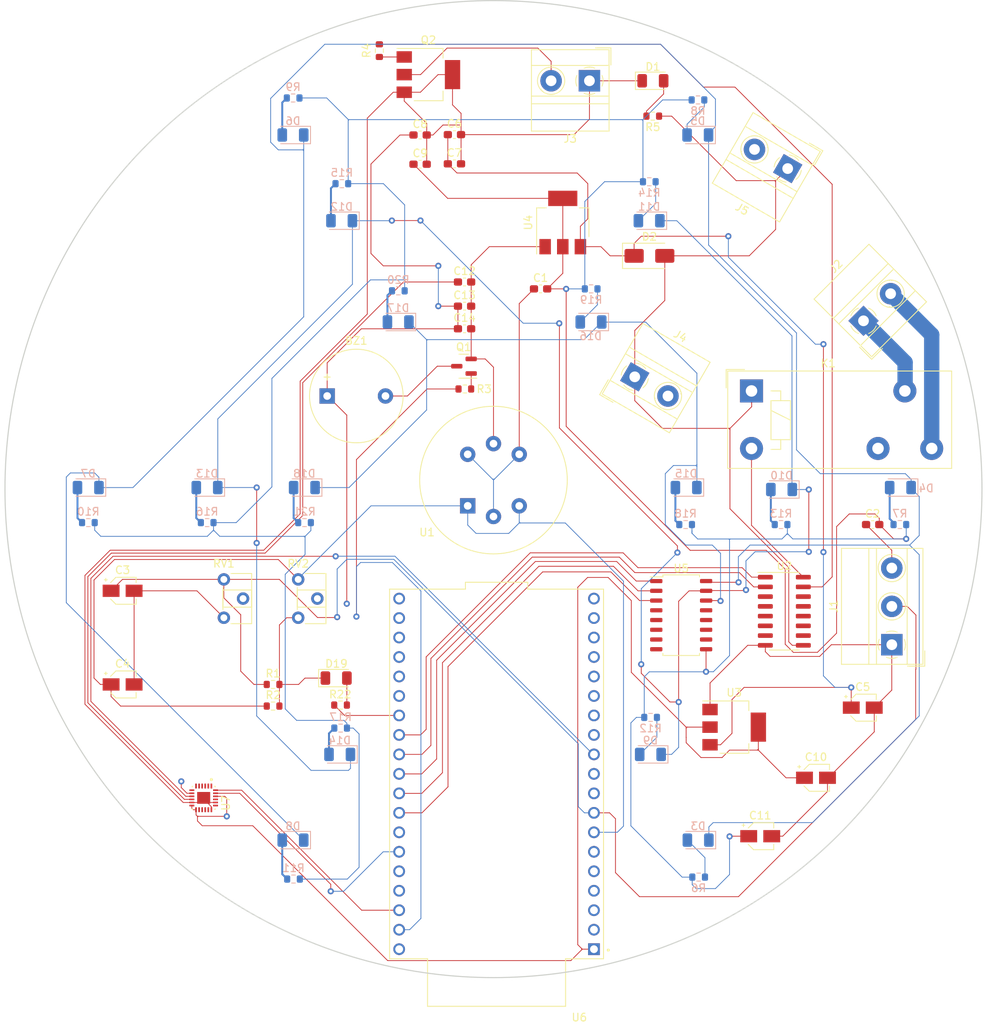
<source format=kicad_pcb>
(kicad_pcb (version 20221018) (generator pcbnew)
  (layers (0 "F.Cu" signal) (1 "In1.Cu" signal) (2 "In2.Cu" signal) (31 "B.Cu" signal) (34 "B.Paste" user) (35 "F.Paste" user) (36 "B.SilkS" user "B.Silkscreen") (37 "F.SilkS" user "F.Silkscreen") (38 "B.Mask" user) (39 "F.Mask" user) (44 "Edge.Cuts" user))
  (net 0 "")
  (net 1 "3.3V")
  (net 2 "Net-(BZ1-+)")
  (net 3 "/Controlador/Pin_Sensor_Gas")
  (net 4 "Earth")
  (net 5 "Net-(U1-A1)")
  (net 6 "5V")
  (net 7 "Net-(D2-K)")
  (net 8 "Net-(J1-Pin_3)")
  (net 9 "/Controlador/Pin_Sensor_GasEx")
  (net 10 "Net-(U7-REGOUT)")
  (net 11 "Net-(D1-A)")
  (net 12 "Net-(D3-K)")
  (net 13 "Net-(D3-A)")
  (net 14 "Net-(D4-A)")
  (net 15 "/Controlador/NA_RL")
  (net 16 "Net-(D5-A)")
  (net 17 "Net-(Q1-B)")
  (net 18 "Net-(D6-A)")
  (net 19 "Net-(Q2-G)")
  (net 20 "Net-(D7-A)")
  (net 22 "Net-(D8-A)")
  (net 24 "Net-(D9-A)")
  (net 25 "Net-(D10-K)")
  (net 26 "Net-(D10-A)")
  (net 28 "Net-(D11-A)")
  (net 30 "Net-(D12-A)")
  (net 32 "Net-(D13-A)")
  (net 34 "Net-(D14-A)")
  (net 35 "Net-(D15-K)")
  (net 36 "Net-(D15-A)")
  (net 38 "Net-(D16-A)")
  (net 40 "Net-(D17-A)")
  (net 42 "Net-(D18-A)")
  (net 43 "Positivo de bateria")
  (net 45 "/Controlador/SALIDA TRANSISTOR")
  (net 47 "/Controlador/Modulo de Diodos/D1")
  (net 50 "/Buzzer/Activador del buzzer")
  (net 51 "Activador de transistor")
  (net 52 "/Controlador/Modulo de Diodos/EN_D1")
  (net 53 "/Controlador/Modulo de Diodos/EN_D2")
  (net 54 "/Controlador/Modulo de Diodos/EN_D3")
  (net 55 "/Controlador/Modulo de Diodos/EN_D4")
  (net 56 "/Controlador/Modulo de Diodos/EN_D5")
  (net 57 "/Controlador/Modulo de Diodos/EN_D6")
  (net 58 "/Controlador/Modulo de Diodos/EN_D7")
  (net 59 "/Controlador/Modulo de Diodos/D7")
  (net 60 "/Controlador/Modulo de Diodos/D6")
  (net 61 "/Controlador/Modulo de Diodos/D5")
  (net 62 "/Controlador/Modulo de Diodos/D4")
  (net 63 "/Controlador/Modulo de Diodos/D3")
  (net 64 "/Controlador/Pin_Activador_LEDr")
  (net 66 "GNDREF")
  (net 68 "/Controlador/Pin_Activador_LEDam")
  (net 69 "/Controlador/Salida_Giroscopio")
  (net 76 "/Controlador/SDA")
  (net 77 "/Controlador/SCL")
  (net 85 "Net-(D19-A)")
  (net 92 "/Controlador/Pin_Activador_LEDaz")
  (net 94 "/Controlador/COM")
  (net 96 "Net-(U6-IO4)")
  (footprint "Package_TO_SOT_SMD:SOT-223-3_TabPin2" (layer "F.Cu") (at 138.13 58.826 90)
    (fp_text reference "U4")
    (fp_text value "AMS1117-5.0")
  )
  (footprint "Resistor_SMD:R_0603_1608Metric" (layer "F.Cu") (at 100.35 121.88)
    (fp_text reference "R2")
    (fp_text value "100")
  )
  (footprint "Resistor_SMD:R_0603_1608Metric" (layer "F.Cu") (at 109.15 121.75)
    (fp_text reference "R22")
    (fp_text value "220")
  )
  (footprint "TerminalBlock_MetzConnect:TerminalBlock_MetzConnect_Type011_RT05502HBWC_1x02_P5.00mm_Horizontal" (layer "F.Cu") (at 177.346117 71.641651 45)
    (fp_text reference "J2")
    (fp_text value "Screw_Terminal_01x02")
  )
  (footprint "Capacitor_SMD:CP_Elec_3x5.3" (layer "F.Cu") (at 177.246 122.086)
    (fp_text reference "C5")
    (fp_text value "100uf")
  )
  (footprint "Capacitor_SMD:C_0603_1608Metric_Pad1.08x0.95mm_HandSolder" (layer "F.Cu") (at 124 51.172)
    (fp_text reference "C7")
    (fp_text value "100nf")
  )
  (footprint "Package_TO_SOT_SMD:SOT-23" (layer "F.Cu") (at 125.245 77.56 180)
    (fp_text reference "Q1")
    (fp_text value "BC817")
  )
  (footprint "TerminalBlock_MetzConnect:TerminalBlock_MetzConnect_Type011_RT05502HBWC_1x02_P5.00mm_Horizontal" (layer "F.Cu") (at 167.46 51.79 150)
    (fp_text reference "J5")
    (fp_text value "Screw_Terminal_01x02")
  )
  (footprint "Capacitor_SMD:C_0603_1608Metric_Pad1.08x0.95mm_HandSolder" (layer "F.Cu") (at 124 47.362)
    (fp_text reference "C6")
    (fp_text value "100nf")
  )
  (footprint "Capacitor_SMD:CP_Elec_3x5.3" (layer "F.Cu") (at 80.726 106.846)
    (fp_text reference "C3")
    (fp_text value "4.7 uF")
  )
  (footprint "Potentiometer_THT:Potentiometer_ACP_CA6-H2,5_Horizontal" (layer "F.Cu") (at 93.934 105.362)
    (fp_text reference "RV1")
    (fp_text value "20K")
  )
  (footprint "Capacitor_SMD:C_0603_1608Metric_Pad1.08x0.95mm_HandSolder" (layer "F.Cu") (at 135.2355 67.476)
    (fp_text reference "C1")
    (fp_text value "100nF")
  )
  (footprint "Capacitor_SMD:C_0603_1608Metric_Pad1.08x0.95mm_HandSolder" (layer "F.Cu") (at 119.525 47.41)
    (fp_text reference "C8")
    (fp_text value "100nf")
  )
  (footprint "Diode_SMD:D_SMA" (layer "F.Cu") (at 149.4325 63.17)
    (fp_text reference "D2")
    (fp_text value "M1")
  )
  (footprint "Capacitor_SMD:C_0603_1608Metric_Pad1.08x0.95mm_HandSolder" (layer "F.Cu") (at 125.32 69.732)
    (fp_text reference "C13")
    (fp_text value "10nF")
  )
  (footprint "TerminalBlock_MetzConnect:TerminalBlock_MetzConnect_Type011_RT05502HBWC_1x02_P5.00mm_Horizontal" (layer "F.Cu") (at 147.515873 78.946 -30)
    (fp_text reference locked "J4")
    (fp_text value "Screw_Terminal_01x02")
  )
  (footprint "Resistor_SMD:R_0603_1608Metric" (layer "F.Cu") (at 100.35 119.06)
    (fp_text reference "R1")
    (fp_text value "100")
  )
  (footprint "Capacitor_SMD:CP_Elec_3x5.3" (layer "F.Cu") (at 171.15 131.23)
    (fp_text reference "C10")
    (fp_text value "22uf")
  )
  (footprint "Package_TO_SOT_SMD:SOT-223" (layer "F.Cu") (at 120.604 39.536)
    (fp_text reference locked "Q2")
    (fp_text value locked "BSP75N")
  )
  (footprint "Resistor_SMD:R_0603_1608Metric" (layer "F.Cu") (at 149.865 44.95 180)
    (fp_text reference "R5")
    (fp_text value "220")
  )
  (footprint "Capacitor_SMD:C_0603_1608Metric_Pad1.08x0.95mm_HandSolder" (layer "F.Cu") (at 125.32 66.58)
    (fp_text reference "C12")
    (fp_text value "0.1μF")
  )
  (footprint "Package_SO:SOIC-16_4.55x10.3mm_P1.27mm" (layer "F.Cu") (at 153.572 110.025)
    (fp_text reference "U5")
    (fp_text value "ULN2003")
  )
  (footprint "Resistor_SMD:R_0603_1608Metric" (layer "F.Cu") (at 125.3575 80.53)
    (fp_text reference "R3")
    (fp_text value "1K")
  )
  (footprint "Capacitor_SMD:CP_Elec_3x5.3" (layer "F.Cu") (at 163.878 138.85)
    (fp_text reference "C11")
    (fp_text value "22uf")
  )
  (footprint "Capacitor_SMD:C_0603_1608Metric_Pad1.08x0.95mm_HandSolder" (layer "F.Cu") (at 178.5425 98.21 180)
    (fp_text reference "C2")
    (fp_text value "100nF")
  )
  (footprint "Package_TO_SOT_SMD:SOT-223-3_TabPin2" (layer "F.Cu") (at 160.482 124.626)
    (fp_text reference "U3")
    (fp_text value "AMS1117-3.3")
  )
  (footprint "Capacitor_SMD:CP_Elec_3x5.3" (layer "F.Cu") (at 80.726 119.06)
    (fp_text reference "C4")
    (fp_text value "4.7 uF")
  )
  (footprint "LED_SMD:LED_1206_3216Metric" (layer "F.Cu") (at 108.575 118.23)
    (fp_text reference "D19")
    (fp_text value "LED")
  )
  (footprint "ESP32-DEVKITC:MODULE_ESP32-DEVKITC" (layer "F.Cu") (at 129.494 130.732 180)
    (fp_text reference "U6")
    (fp_text value "ESP32-DEVKITC")
  )
  (footprint "Relay_THT:Relay_SPDT_Finder_40.31" (layer "F.Cu") (at 162.7405 80.7865)
    (fp_text reference locked "K1")
    (fp_text value locked "FINDER-40.31")
  )
  (footprint "Sensor:MQ-6" (layer "F.Cu") (at 125.731618 95.77 90)
    (fp_text reference "U1")
    (fp_text value "MQ-6")
  )
  (footprint "Potentiometer_THT:Potentiometer_ACP_CA6-H2,5_Horizontal" (layer "F.Cu") (at 103.626 105.362)
    (fp_text reference "RV2")
    (fp_text value "20K")
  )
  (footprint "Buzzer_Beeper:Buzzer_12x9.5RM7.6" (layer "F.Cu") (at 107.406 81.446)
    (fp_text reference "BZ1")
    (fp_text value "Buzzer")
  )
  (footprint "TerminalBlock_MetzConnect:TerminalBlock_MetzConnect_Type011_RT05502HBWC_1x02_P5.00mm_Horizontal" (layer "F.Cu") (at 141.606 40.34 180)
    (fp_text reference "J3")
    (fp_text value "Screw_Terminal_01x02")
  )
  (footprint "Capacitor_SMD:C_0603_1608Metric_Pad1.08x0.95mm_HandSolder" (layer "F.Cu") (at 125.32 72.68)
    (fp_text reference "C14")
    (fp_text value "0.1μF")
  )
  (footprint "Capacitor_SMD:C_0603_1608Metric_Pad1.08x0.95mm_HandSolder" (layer "F.Cu") (at 119.525 51.22)
    (fp_text reference "C9")
    (fp_text value "100nf")
  )
  (footprint "Resistor_SMD:R_0603_1608Metric" (layer "F.Cu") (at 114.21 36.411 -90)
    (fp_text reference "R4")
    (fp_text value "220")
  )
  (footprint "TerminalBlock_MetzConnect:TerminalBlock_MetzConnect_Type011_RT05503HBWC_1x03_P5.00mm_Horizontal" (layer "F.Cu") (at 181.036 113.878 90)
    (fp_text reference "J1")
    (fp_text value "Screw_Terminal_01x03")
  )
  (footprint "LED_SMD:LED_1206_3216Metric" (layer "F.Cu") (at 149.885 40.34)
    (fp_text reference "D1")
    (fp_text value "LED")
  )
  (footprint "Package_SO:SOIC-16_3.9x9.9mm_P1.27mm" (layer "F.Cu") (at 167.021 109.513)
    (fp_text reference "U2")
    (fp_text value "ULN2003")
  )
  (footprint "MPU-6500:QFN40P300X300X95-25N" (layer "F.Cu") (at 91.305 133.85 -90)
    (fp_text reference "U7")
    (fp_text value "MPU-6500")
  )
  (footprint "LED_SMD:LED_1206_3216Metric" (layer "B.Cu") (at 182.156 93.384 180)
    (fp_text reference "D4")
    (fp_text value "LED")
  )
  (footprint "Resistor_SMD:R_0603_1608Metric" (layer "B.Cu") (at 103.015 144.438 180)
    (fp_text reference "R11")
    (fp_text value "220")
  )
  (footprint "Resistor_SMD:R_0603_1608Metric" (layer "B.Cu") (at 149.41 53.506)
    (fp_text reference "R14")
    (fp_text value "220")
  )
  (footprint "Resistor_SMD:R_0603_1608Metric" (layer "B.Cu") (at 116.684 67.73 180)
    (fp_text reference "R20")
    (fp_text value "220")
  )
  (footprint "LED_SMD:LED_1206_3216Metric" (layer "B.Cu") (at 102.948 139.358 180)
    (fp_text reference "D8")
    (fp_text value "LED")
  )
  (footprint "Resistor_SMD:R_0603_1608Metric" (layer "B.Cu") (at 166.595 98.21 180)
    (fp_text reference "R13")
    (fp_text value "220")
  )
  (footprint "Resistor_SMD:R_0603_1608Metric" (layer "B.Cu") (at 154.149 98.21 180)
    (fp_text reference "R18")
    (fp_text value "220")
  )
  (footprint "LED_SMD:LED_1206_3216Metric" (layer "B.Cu") (at 91.738 93.384 180)
    (fp_text reference "D13")
    (fp_text value "LED")
  )
  (footprint "LED_SMD:LED_1206_3216Metric" (layer "B.Cu") (at 102.948 47.41 180)
    (fp_text reference "D6")
    (fp_text value locked "LED")
  )
  (footprint "LED_SMD:LED_1206_3216Metric" (layer "B.Cu") (at 155.78 139.358 180)
    (fp_text reference "D3")
    (fp_text value "LED")
  )
  (footprint "Resistor_SMD:R_0603_1608Metric" (layer "B.Cu") (at 155.847 144.184)
    (fp_text reference "R6")
    (fp_text value "220")
  )
  (footprint "Resistor_SMD:R_0603_1608Metric" (layer "B.Cu") (at 155.76 42.838)
    (fp_text reference "R8")
    (fp_text value "220")
  )
  (footprint "Resistor_SMD:R_0603_1608Metric" (layer "B.Cu") (at 104.452 97.956 180)
    (fp_text reference "R21")
    (fp_text value "220")
  )
  (footprint "LED_SMD:LED_1206_3216Metric" (layer "B.Cu") (at 154.216 93.384 180)
    (fp_text reference "D15")
    (fp_text value "LED")
  )
  (footprint "LED_SMD:LED_1206_3216Metric" (layer "B.Cu") (at 116.664 71.794 180)
    (fp_text reference "D17")
    (fp_text value "LED")
  )
  (footprint "LED_SMD:LED_1206_3216Metric" (layer "B.Cu") (at 109.298 58.586 180)
    (fp_text reference "D12")
    (fp_text value "LED")
  )
  (footprint "LED_SMD:LED_1206_3216Metric" (layer "B.Cu") (at 166.662 93.638 180)
    (fp_text reference "D10")
    (fp_text value "LED")
  )
  (footprint "LED_SMD:LED_1206_3216Metric" (layer "B.Cu") (at 155.74 47.41 180)
    (fp_text reference "D5")
    (fp_text value "LED")
  )
  (footprint "Resistor_SMD:R_0603_1608Metric" (layer "B.Cu") (at 109.318 53.76 180)
    (fp_text reference "R15")
    (fp_text value "220")
  )
  (footprint "Resistor_SMD:R_0603_1608Metric" (layer "B.Cu") (at 182.089 98.21 180)
    (fp_text reference "R7")
    (fp_text value "220")
  )
  (footprint "LED_SMD:LED_1206_3216Metric" (layer "B.Cu") (at 141.81 71.794 180)
    (fp_text reference "D16")
    (fp_text value "LED")
  )
  (footprint "LED_SMD:LED_1206_3216Metric" (layer "B.Cu") (at 109.044 128.182 180)
    (fp_text reference "D14")
    (fp_text value "LED")
  )
  (footprint "Resistor_SMD:R_0603_1608Metric" (layer "B.Cu") (at 109.161 124.75 180)
    (fp_text reference "R17")
    (fp_text value "220")
  )
  (footprint "LED_SMD:LED_1206_3216Metric" (layer "B.Cu") (at 149.56 128.182 180)
    (fp_text reference "D9")
    (fp_text value "LED")
  )
  (footprint "LED_SMD:LED_1206_3216Metric" (layer "B.Cu") (at 76.244 93.384 180)
    (fp_text reference "D7")
    (fp_text value "LED")
  )
  (footprint "Resistor_SMD:R_0603_1608Metric" (layer "B.Cu") (at 149.58 123.356)
    (fp_text reference "R12")
    (fp_text value "220")
  )
  (footprint "Resistor_SMD:R_0603_1608Metric" (layer "B.Cu") (at 76.264 97.956 180)
    (fp_text reference "R10")
    (fp_text value "220")
  )
  (footprint "LED_SMD:LED_1206_3216Metric" (layer "B.Cu") (at 104.432 93.384 180)
    (fp_text reference "D18")
    (fp_text value "LED")
  )
  (footprint "LED_SMD:LED_1206_3216Metric" (layer "B.Cu") (at 149.39 58.586 180)
    (fp_text reference "D11")
    (fp_text value "LED")
  )
  (footprint "Resistor_SMD:R_0603_1608Metric" (layer "B.Cu") (at 102.968 42.584 180)
    (fp_text reference "R9")
    (fp_text value "220")
  )
  (footprint "Resistor_SMD:R_0603_1608Metric" (layer "B.Cu") (at 141.83 67.476)
    (fp_text reference "R19")
    (fp_text value "220")
  )
  (footprint "Resistor_SMD:R_0603_1608Metric" (layer "B.Cu") (at 91.758 97.956 180)
    (fp_text reference "R16")
    (fp_text value "220")
  )
  (gr_circle locked (center 129.091618 93.585) (end 192.795 93.585) (stroke (width 0.15)) (fill none) (layer "Edge.Cuts"))
  (segment (start 114.72 64.47) (end 121.9 64.47) (width 0.1) (layer "F.Cu") (net 1))
  (segment (start 154.216 124.76) (end 154.35 124.626) (width 0.1) (layer "F.Cu") (net 1))
  (segment (start 139.184 155.07) (end 140.602 153.652) (width 0.1) (layer "F.Cu") (net 1))
  (segment (start 140.602 153.512) (end 140.602 153.652) (width 0.1) (layer "F.Cu") (net 1))
  (segment (start 154.216 125.96) (end 154.22 125.964) (width 0.1) (layer "F.Cu") (net 1))
  (segment (start 97.7 137.48) (end 115.29 155.07) (width 0.1) (layer "F.Cu") (net 1))
  (segment (start 109.96 108.53) (end 109.96 83.94) (width 0.1) (layer "F.Cu") (net 1))
  (segment (start 89.76 135.21) (end 89.76 134.85) (width 0.1) (layer "F.Cu") (net 1))
  (segment (start 89.76 133.25) (end 89.12 133.25) (width 0.1) (layer "F.Cu") (net 1))
  (segment (start 90.49 136.26) (end 90.49 136.34) (width 0.1) (layer "F.Cu") (net 1))
  (segment (start 89.945 135.395) (end 89.76 135.21) (width 0.1) (layer "F.Cu") (net 1))
  (segment (start 154.35 124.626) (end 154.216 124.626) (width 0.1) (layer "F.Cu") (net 1))
  (segment (start 88.38 132.51) (end 88.38 131.7) (width 0.1) (layer "F.Cu") (net 1))
  (segment (start 147.07 108.13) (end 144.05 105.11) (width 0.1) (layer "F.Cu") (net 1))
  (segment (start 92.85 133.65) (end 94.06 133.65) (width 0.1) (layer "F.Cu") (net 1))
  (segment (start 140.08 152.99) (end 140.59 153.5) (width 0.1) (layer "F.Cu") (net 1))
  (segment (start 111.85 72.68) (end 124.4575 72.68) (width 0.1) (layer "F.Cu") (net 1))
  (segment (start 157.332 124.626) (end 154.35 124.626) (width 0.1) (layer "F.Cu") (net 1))
  (segment (start 90.49 136.86) (end 91.11 137.48) (width 0.1) (layer "F.Cu") (net 1))
  (segment (start 113.11 51.2) (end 113.11 62.86) (width 0.1) (layer "F.Cu") (net 1))
  (segment (start 107.406 81.446) (end 107.406 77.124) (width 0.1) (layer "F.Cu") (net 1))
  (segment (start 107.466 81.446) (end 107.406 81.446) (width 0.1) (layer "F.Cu") (net 1))
  (segment (start 163.5 127.622) (end 163.632 127.622) (width 0.1) (layer "F.Cu") (net 1))
  (segment (start 154.216 124.626) (end 147.07 117.48) (width 0.1) (layer "F.Cu") (net 1))
  (segment (start 90.49 136.34) (end 90.57 136.26) (width 0.1) (layer "F.Cu") (net 1))
  (segment (start 124.4555 69.73) (end 124.4575 69.732) (width 0.1) (layer "F.Cu") (net 1))
  (segment (start 118.6625 47.41) (end 116.9 47.41) (width 0.1) (layer "F.Cu") (net 1))
  (segment (start 144.05 105.11) (end 141.36 105.11) (width 0.1) (layer "F.Cu") (net 1))
  (segment (start 147.07 117.48) (end 147.07 108.13) (width 0.1) (layer "F.Cu") (net 1))
  (segment (start 154.22 126.66) (end 156.15 128.59) (width 0.1) (layer "F.Cu") (net 1))
  (segment (start 159.878 127.622) (end 163.5 127.622) (width 0.1) (layer "F.Cu") (net 1))
  (segment (start 163.5 127.622) (end 163.632 127.49) (width 0.1) (layer "F.Cu") (net 1))
  (segment (start 91.11 137.48) (end 97.7 137.48) (width 0.1) (layer "F.Cu") (net 1))
  (segment (start 115.29 155.07) (end 139.184 155.07) (width 0.1) (layer "F.Cu") (net 1))
  (segment (start 163.632 127.622) (end 163.632 127.47) (width 0.1) (layer "F.Cu") (net 1))
  (segment (start 107.406 77.124) (end 111.85 72.68) (width 0.1) (layer "F.Cu") (net 1))
  (segment (start 121.9 69.73) (end 124.4555 69.73) (width 0.1) (layer "F.Cu") (net 1))
  (segment (start 154.216 124.76) (end 154.216 125.96) (width 0.1) (layer "F.Cu") (net 1))
  (segment (start 90.305 135.395) (end 89.945 135.395) (width 0.1) (layer "F.Cu") (net 1))
  (segment (start 140.59 153.5) (end 140.672 153.582) (width 0.1) (layer "F.Cu") (net 1))
  (segment (start 113.11 62.86) (end 114.72 64.47) (width 0.1) (layer "F.Cu") (net 1))
  (segment (start 90.57 136.26) (end 90.58 136.26) (width 0.1) (layer "F.Cu") (net 1))
  (segment (start 140.59 153.5) (end 140.602 153.512) (width 0.1) (layer "F.Cu") (net 1))
  (segment (start 90.49 136.26) (end 90.305 136.075) (width 0.1) (layer "F.Cu") (net 1))
  (segment (start 116.9 47.41) (end 113.11 51.2) (width 0.1) (layer "F.Cu") (net 1))
  (segment (start 154.22 125.964) (end 154.22 126.66) (width 0.1) (layer "F.Cu") (net 1))
  (segment (start 90.49 136.34) (end 90.49 136.86) (width 0.1) (layer "F.Cu") (net 1))
  (segment (start 90.58 136.26) (end 90.49 136.26) (width 0.1) (layer "F.Cu") (net 1))
  (segment (start 163.632 127.47) (end 163.632 124.626) (width 0.1) (layer "F.Cu") (net 1))
  (segment (start 167.24 131.23) (end 163.632 127.622) (width 0.1) (layer "F.Cu") (net 1))
  (segment (start 140.672 153.582) (end 142.194 153.582) (width 0.1) (layer "F.Cu") (net 1))
  (segment (start 140.08 106.39) (end 140.08 152.99) (width 0.1) (layer "F.Cu") (net 1))
  (segment (start 154.216 124.626) (end 154.216 124.76) (width 0.1) (layer "F.Cu") (net 1))
  (segment (start 94.31 136.26) (end 90.58 136.26) (width 0.1) (layer "F.Cu") (net 1))
  (segment (start 94.31 133.9) (end 94.31 136.26) (width 0.1) (layer "F.Cu") (net 1))
  (segment (start 169.65 131.23) (end 167.24 131.23) (width 0.1) (layer "F.Cu") (net 1))
  (segment (start 141.36 105.11) (end 140.08 106.39) (width 0.1) (layer "F.Cu") (net 1))
  (segment (start 90.305 136.075) (end 90.305 135.395) (width 0.1) (layer "F.Cu") (net 1))
  (segment (start 89.12 133.25) (end 88.38 132.51) (width 0.1) (layer "F.Cu") (net 1))
  (segment (start 109.96 83.94) (end 107.466 81.446) (width 0.1) (layer "F.Cu") (net 1))
  (segment (start 156.15 128.59) (end 158.91 128.59) (width 0.1) (layer "F.Cu") (net 1))
  (segment (start 94.06 133.65) (end 94.31 133.9) (width 0.1) (layer "F.Cu") (net 1))
  (segment (start 124.4575 69.732) (end 124.4575 72.68) (width 0.1) (layer "F.Cu") (net 1))
  (segment (start 163.632 127.49) (end 163.632 127.47) (width 0.1) (layer "F.Cu") (net 1))
  (segment (start 140.602 153.652) (end 140.672 153.582) (width 0.1) (layer "F.Cu") (net 1))
  (segment (start 158.91 128.59) (end 159.878 127.622) (width 0.1) (layer "F.Cu") (net 1))
  (via (at 121.9 64.47) (size 0.8) (drill 0.4) (layers "F.Cu" "B.Cu") (net 1))
  (via (at 109.96 108.53) (size 0.8) (drill 0.4) (layers "F.Cu" "B.Cu") (net 1))
  (via (at 121.9 69.73) (size 0.8) (drill 0.4) (layers "F.Cu" "B.Cu") (net 1))
  (via (at 94.31 136.26) (size 0.8) (drill 0.4) (layers "F.Cu" "B.Cu") (net 1))
  (via (at 88.38 131.7) (size 0.8) (drill 0.4) (layers "F.Cu" "B.Cu") (net 1))
  (segment (start 121.9 64.47) (end 121.9 69.73) (width 0.1) (layer "B.Cu") (net 1))
  (segment (start 115.006 81.446) (end 117.874 81.446) (width 0.1) (layer "F.Cu") (net 2))
  (segment (start 121.76 77.56) (end 124.2375 77.56) (width 0.1) (layer "F.Cu") (net 2))
  (segment (start 117.874 81.446) (end 121.76 77.56) (width 0.1) (layer "F.Cu") (net 2))
  (segment (start 79.226 120.636) (end 79.226 119.06) (width 0.1) (layer "F.Cu") (net 3))
  (segment (start 79.67 102.77) (end 77 105.44) (width 0.1) (layer "F.Cu") (net 3))
  (segment (start 77 105.44) (end 77 118.23) (width 0.1) (layer "F.Cu") (net 3))
  (segment (start 99.525 121.88) (end 80.47 121.88) (width 0.1) (layer "F.Cu") (net 3))
  (segment (start 101.034 102.77) (end 79.67 102.77) (width 0.1) (layer "F.Cu") (net 3))
  (segment (start 77 118.23) (end 77.83 119.06) (width 0.1) (layer "F.Cu") (net 3))
  (segment (start 103.626 105.362) (end 101.034 102.77) (width 0.1) (layer "F.Cu") (net 3))
  (segment (start 77.83 119.06) (end 79.226 119.06) (width 0.1) (layer "F.Cu") (net 3))
  (segment (start 80.47 121.88) (end 79.226 120.636) (width 0.1) (layer "F.Cu") (net 3))
  (segment (start 138.448382 97.998382) (end 132.58 97.998382) (width 0.1) (layer "B.Cu") (net 3))
  (segment (start 132.451618 97.998382) (end 132.451618 97.88) (width 0.1) (layer "B.Cu") (net 3))
  (segment (start 146.05 105.6) (end 138.448382 97.998382) (width 0.1) (layer "B.Cu") (net 3))
  (segment (start 145.238 138.342) (end 146.05 137.53) (width 0.1) (layer "B.Cu") (net 3))
  (segment (start 125.731618 98.271618) (end 126.83 99.37) (width 0.1) (layer "B.Cu") (net 3))
  (segment (start 132.451618 97.88) (end 132.451618 95.77) (width 0.1) (layer "B.Cu") (net 3))
  (segment (start 130.95 99.37) (end 131.08 99.37) (width 0.1) (layer "B.Cu") (net 3))
  (segment (start 146.05 137.53) (end 146.05 105.6) (width 0.1) (layer "B.Cu") (net 3))
  (segment (start 126.83 99.37) (end 130.95 99.37) (width 0.1) (layer "B.Cu") (net 3))
  (segment (start 132.451618 97.88) (end 132.57 97.998382) (width 0.1) (layer "B.Cu") (net 3))
  (segment (start 132.57 97.998382) (end 132.58 97.998382) (width 0.1) (layer "B.Cu") (net 3))
  (segment (start 132.58 97.998382) (end 132.451618 97.998382) (width 0.1) (layer "B.Cu") (net 3))
  (segment (start 125.731618 95.77) (end 125.731618 98.271618) (width 0.1) (layer "B.Cu") (net 3))
  (segment (start 113.12 95.77) (end 125.731618 95.77) (width 0.1) (layer "B.Cu") (net 3))
  (segment (start 142.194 138.342) (end 145.238 138.342) (width 0.1) (layer "B.Cu") (net 3))
  (segment (start 103.626 105.362) (end 103.626 105.264) (width 0.1) (layer "B.Cu") (net 3))
  (segment (start 103.626 105.264) (end 113.12 95.77) (width 0.1) (layer "B.Cu") (net 3))
  (segment (start 131.08 99.37) (end 132.451618 97.998382) (width 0.1) (layer "B.Cu") (net 3))
  (segment (start 165.17 115.41) (end 171.62 115.41) (width 0.1) (layer "F.Cu") (net 4))
  (segment (start 120.3875 47.41) (end 121.2 47.41) (width 0.1) (layer "F.Cu") (net 4))
  (segment (start 123.754 39.536) (end 123.754 43.484) (width 0.1) (layer "F.Cu") (net 4))
  (segment (start 124.85 45.99) (end 124.8625 45.99) (width 0.1) (layer "F.Cu") (net 4))
  (segment (start 173.152 113.878) (end 181.036 113.878) (width 0.1) (layer "F.Cu") (net 4))
  (segment (start 165.378 138.85) (end 166.81 138.85) (width 0.1) (layer "F.Cu") (net 4))
  (segment (start 112.64 70.76) (end 112.64 45.21) (width 0.1) (layer "F.Cu") (net 4))
  (segment (start 92.305 135.395) (end 92.305 135.005) (width 0.1) (layer "F.Cu") (net 4))
  (segment (start 164.546 113.958) (end 164.546 114.786) (width 0.1) (layer "F.Cu") (net 4))
  (segment (start 124.7325 46.11) (end 124.8625 46.24) (width 0.1) (layer "F.Cu") (net 4))
  (segment (start 88.63 134.45) (end 75.82 121.64) (width 0.1) (layer "F.Cu") (net 4))
  (segment (start 123.754 43.484) (end 124.8625 44.5925) (width 0.1) (layer "F.Cu") (net 4))
  (segment (start 117.454 42.984) (end 117.454 41.836) (width 0.1) (layer "F.Cu") (net 4))
  (segment (start 91.305 134.005) (end 91.305 133.85) (width 0.1) (layer "F.Cu") (net 4))
  (segment (start 124.8625 47.362) (end 139.598 47.362) (width 0.1) (layer "F.Cu") (net 4))
  (segment (start 91.905 134.45) (end 91.305 133.85) (width 0.1) (layer "F.Cu") (net 4))
  (segment (start 172.65 133.01) (end 172.65 131.23) (width 0.1) (layer "F.Cu") (net 4))
  (segment (start 92.305 135.005) (end 91.305 134.005) (width 0.1) (layer "F.Cu") (net 4))
  (segment (start 124.8625 45.99) (end 124.8625 46.11) (width 0.1) (layer "F.Cu") (net 4))
  (segment (start 103.626 110.362) (end 102.118 110.362) (width 0.1) (layer "F.Cu") (net 4))
  (segment (start 121.864 39.536) (end 123.754 39.536) (width 0.1) (layer "F.Cu") (net 4))
  (segment (start 82.226 119.06) (end 82.226 106.846) (width 0.1) (layer "F.Cu") (net 4))
  (segment (start 126.1825 72.68) (end 126.1825 76.61) (width 0.1) (layer "F.Cu") (net 4))
  (segment (start 166.81 138.85) (end 172.65 133.01) (width 0.1) (layer "F.Cu") (net 4))
  (segment (start 89.76 134.45) (end 88.63 134.45) (width 0.1) (layer "F.Cu") (net 4))
  (segment (start 119.564 41.836) (end 121.864 39.536) (width 0.1) (layer "F.Cu") (net 4))
  (segment (start 122.5 46.11) (end 124.73 46.11) (width 0.1) (layer "F.Cu") (net 4))
  (segment (start 129.091618 77.691618) (end 129.091618 87.66) (width 0.1) (layer "F.Cu") (net 4))
  (segment (start 126.1825 69.732) (end 126.1825 66.58) (width 0.1) (layer "F.Cu") (net 4))
  (segment (start 104.51 118.23) (end 103.68 119.06) (width 0.1) (layer "F.Cu") (net 4))
  (segment (start 164.546 113.958) (end 162.242 113.958) (width 0.1) (layer "F.Cu") (net 4))
  (segment (start 124.73 46.11) (end 124.8625 46.11) (width 0.1) (layer "F.Cu") (net 4))
  (segment (start 103.88 96.81) (end 103.88 79.52) (width 0.1) (layer "F.Cu") (net 4))
  (segment (start 90.705 134.45) (end 91.305 133.85) (width 0.1) (layer "F.Cu") (net 4))
  (segment (start 103.88 79.52) (end 112.64 70.76) (width 0.1) (layer "F.Cu") (net 4))
  (segment (start 164.546 114.786) (end 165.17 115.41) (width 0.1) (layer "F.Cu") (net 4))
  (segment (start 124.73 46.11) (end 124.85 45.99) (width 0.1) (layer "F.Cu") (net 4))
  (segment (start 124.8625 46.11) (end 124.8625 46.24) (width 0.1) (layer "F.Cu") (net 4))
  (segment (start 124.8625 46.24) (end 124.8625 47.362) (width 0.1) (layer "F.Cu") (net 4))
  (segment (start 107.175 118.23) (end 104.51 118.23) (width 0.1) (layer "F.Cu") (net 4))
  (segment (start 75.82 104.84) (end 79.11 101.55) (width 0.1) (layer "F.Cu") (net 4))
  (segment (start 120.3875 45.9175) (end 117.454 42.984) (width 0.1) (layer "F.Cu") (net 4))
  (segment (start 117.454 41.836) (end 119.564 41.836) (width 0.1) (layer "F.Cu") (net 4))
  (segment (start 90.418 106.846) (end 93.934 110.362) (width 0.1) (layer "F.Cu") (net 4))
  (segment (start 128.544 61.976) (end 135.83 61.976) (width 0.1) (layer "F.Cu") (net 4))
  (segment (start 172.76 131.23) (end 178.746 125.244) (width 0.1) (layer "F.Cu") (net 4))
  (segment (start 171.62 115.41) (end 173.152 113.878) (width 0.1) (layer "F.Cu") (net 4))
  (segment (start 141.606 45.354) (end 141.606 40.34) (width 0.1) (layer "F.Cu") (net 4))
  (segment (start 112.64 45.21) (end 116.014 41.836) (width 0.1) (layer "F.Cu") (net 4))
  (segment (start 124.73 46.11) (end 124.7325 46.11) (width 0.1) (layer "F.Cu") (net 4))
  (segment (start 82.226 106.846) (end 90.418 106.846) (width 0.1) (layer "F.Cu") (net 4))
  (segment (start 75.82 121.64) (end 75.82 104.84) (width 0.1) (layer "F.Cu") (net 4))
  (segment (start 92.85 134.45) (end 91.905 134.45) (width 0.1) (layer "F.Cu") (net 4))
  (segment (start 157.332 118.868) (end 157.332 122.326) (width 0.1) (layer "F.Cu") (net 4))
  (segment (start 124.8625 44.5925) (end 124.8625 45.99) (width 0.1) (layer "F.Cu") (net 4))
  (segment (start 120.3875 51.22) (end 120.3875 47.41) (width 0.1) (layer "F.Cu") (net 4))
  (segment (start 141.606 40.34) (end 148.485 40.34) (width 0.1) (layer "F.Cu") (net 4))
  (segment (start 139.598 47.362) (end 141.606 45.354) (width 0.1) (layer "F.Cu") (net 4))
  (segment (start 103.68 119.06) (end 101.175 119.06) (width 0.1) (layer "F.Cu") (net 4))
  (segment (start 128.01 76.61) (end 129.091618 77.691618) (width 0.1) (layer "F.Cu") (net 4))
  (segment (start 124.8625 47.362) (end 124.8625 51.172) (width 0.1) (layer "F.Cu") (net 4))
  (segment (start 162.242 113.958) (end 157.332 118.868) (width 0.1) (layer "F.Cu") (net 4))
  (segment (start 79.11 101.55) (end 99.14 101.55) (width 0.1) (layer "F.Cu") (net 4))
  (segment (start 181.036 113.878) (end 181.036 119.796) (width 0.1) (layer "F.Cu") (net 4))
  (segment (start 126.1825 66.58) (end 126.1825 64.3375) (width 0.1) (layer "F.Cu") (net 4))
  (segment (start 178.746 125.244) (end 178.746 122.086) (width 0.1) (layer "F.Cu") (net 4))
  (segment (start 181.036 119.796) (end 178.746 122.086) (width 0.1) (layer "F.Cu") (net 4))
  (segment (start 172.65 131.23) (end 172.76 131.23) (width 0.1) (layer "F.Cu") (net 4))
  (segment (start 99.14 101.55) (end 103.88 96.81) (width 0.1) (layer "F.Cu") (net 4))
  (segment (start 102.118 110.362) (end 101.175 111.305) (width 0.1) (layer "F.Cu") (net 4))
  (segment (start 120.3875 47.41) (end 120.3875 45.9175) (width 0.1) (layer "F.Cu") (net 4))
  (segment (start 126.1125 76.61) (end 128.01 76.61) (width 0.1) (layer "F.Cu") (net 4))
  (segment (start 116.014 41.836) (end 117.454 41.836) (width 0.1) (layer "F.Cu") (net 4))
  (segment (start 121.2 47.41) (end 122.5 46.11) (width 0.1) (layer "F.Cu") (net 4))
  (segment (start 126.1825 72.68) (end 126.1825 69.732) (width 0.1) (layer "F.Cu") (net 4))
  (segment (start 89.76 134.45) (end 90.705 134.45) (width 0.1) (layer "F.Cu") (net 4))
  (segment (start 101.175 119.06) (end 101.175 121.88) (width 0.1) (layer "F.Cu") (net 4))
  (segment (start 101.175 111.305) (end 101.175 119.06) (width 0.1) (layer "F.Cu") (net 4))
  (segment (start 126.1825 64.3375) (end 128.544 61.976) (width 0.1) (layer "F.Cu") (net 4))
  (segment (start 132.451618 89.05) (end 132.451618 69.397382) (width 0.1) (layer "F.Cu") (net 5))
  (segment (start 132.451618 69.397382) (end 134.373 67.476) (width 0.1) (layer "F.Cu") (net 5))
  (segment (start 129.205809 92.295809) (end 132.451618 89.05) (width 0.1) (layer "B.Cu") (net 5))
  (segment (start 125.731618 89.05) (end 128.975809 92.294191) (width 0.1) (layer "B.Cu") (net 5))
  (segment (start 129.204191 92.294191) (end 129.205809 92.295809) (width 0.1) (layer "B.Cu") (net 5))
  (segment (start 128.975809 92.294191) (end 129.204191 92.294191) (width 0.1) (layer "B.Cu") (net 5))
  (segment (start 129.091618 92.41) (end 129.091618 97.16) (width 0.1) (layer "B.Cu") (net 5))
  (segment (start 128.975809 92.294191) (end 129.091618 92.41) (width 0.1) (layer "B.Cu") (net 5))
  (segment (start 129.091618 92.41) (end 129.205809 92.295809) (width 0.1) (layer "B.Cu") (net 5))
  (segment (start 179.405 97.385) (end 179.405 98.21) (width 0.1) (layer "F.Cu") (net 6))
  (segment (start 156.81 114.482) (end 156.822 114.47) (width 0.1) (layer "F.Cu") (net 6))
  (segment (start 175.48 96.83) (end 178.85 96.83) (width 0.1) (layer "F.Cu") (net 6))
  (segment (start 178.85 96.83) (end 179.405 97.385) (width 0.1) (layer "F.Cu") (net 6))
  (segment (start 123.1185 55.676) (end 138.13 55.676) (width 0.1) (layer "F.Cu") (net 6))
  (segment (start 159.91 138.85) (end 159.88 138.88) (width 0.1) (layer "F.Cu") (net 6))
  (segment (start 168.19 114.87) (end 171.34 114.87) (width 0.1) (layer "F.Cu") (net 6))
  (segment (start 138.13 65.444) (end 136.098 67.476) (width 0.1) (layer "F.Cu") (net 6))
  (segment (start 171.34 114.87) (end 173.84 112.37) (width 0.1) (layer "F.Cu") (net 6))
  (segment (start 136.098 67.476) (end 138.566 67.476) (width 0.1) (layer "F.Cu") (net 6))
  (segment (start 118.6625 51.22) (end 123.1185 55.676) (width 0.1) (layer "F.Cu") (net 6))
  (segment (start 181.275 100.08) (end 182.914 100.08) (width 0.1) (layer "F.Cu") (net 6))
  (segment (start 164.67 101.57) (end 167.14 104.04) (width 0.1) (layer "F.Cu") (net 6))
  (segment (start 162.378 138.85) (end 159.91 138.85) (width 0.1) (layer "F.Cu") (net 6))
  (segment (start 138.13 61.976) (end 138.13 65.444) (width 0.1) (layer "F.Cu") (net 6))
  (segment (start 154.74 101.57) (end 164.67 101.57) (width 0.1) (layer "F.Cu") (net 6))
  (segment (start 167.14 113.82) (end 168.19 114.87) (width 0.1) (layer "F.Cu") (net 6))
  (segment (start 156.81 117.4) (end 156.81 114.482) (width 0.1) (layer "F.Cu") (net 6))
  (segment (start 138.57 85.4) (end 154.74 101.57) (width 0.1) (layer "F.Cu") (net 6))
  (segment (start 167.14 104.04) (end 167.14 113.82) (width 0.1) (layer "F.Cu") (net 6))
  (segment (start 173.84 98.47) (end 175.48 96.83) (width 0.1) (layer "F.Cu") (net 6))
  (segment (start 138.57 67.48) (end 138.57 85.4) (width 0.1) (layer "F.Cu") (net 6))
  (segment (start 173.84 112.37) (end 173.84 98.47) (width 0.1) (layer "F.Cu") (net 6))
  (segment (start 138.13 55.676) (end 138.13 61.976) (width 0.1) (layer "F.Cu") (net 6))
  (segment (start 138.566 67.476) (end 138.57 67.48) (width 0.1) (layer "F.Cu") (net 6))
  (segment (start 179.405 98.21) (end 181.275 100.08) (width 0.1) (layer "F.Cu") (net 6))
  (via (at 138.57 67.48) (size 0.8) (drill 0.4) (layers "F.Cu" "B.Cu") (net 6))
  (via (at 182.914 100.08) (size 0.8) (drill 0.4) (layers "F.Cu" "B.Cu") (net 6))
  (via (at 156.81 117.4) (size 0.8) (drill 0.4) (layers "F.Cu" "B.Cu") (net 6))
  (via (at 159.88 138.88) (size 0.8) (drill 0.4) (layers "F.Cu" "B.Cu") (net 6))
  (segment (start 105.277 98.993) (end 105.277 97.956) (width 0.1) (layer "B.Cu") (net 6))
  (segment (start 156.8 117.41) (end 156.81 117.4) (width 0.1) (layer "B.Cu") (net 6))
  (segment (start 159.88 100.19) (end 159.88 100.18) (width 0.1) (layer "B.Cu") (net 6))
  (segment (start 95.544 97.956) (end 100.2 93.3) (width 0.1) (layer "B.Cu") (net 6))
  (segment (start 101.93 104.7) (end 101.93 122.25) (width 0.1) (layer "B.Cu") (net 6))
  (segment (start 114.74 53.76) (end 117.51 56.53) (width 0.1) (layer "B.Cu") (net 6))
  (segment (start 153.694 144.184) (end 147.01 137.5) (width 0.1) (layer "B.Cu") (net 6))
  (segment (start 159.88 138.88) (end 159.88 143.84) (width 0.1) (layer "B.Cu") (net 6))
  (segment (start 167.515 99.475) (end 168.12 100.08) (width 0.1) (layer "B.Cu") (net 6))
  (segment (start 117.51 66.39) (end 117.51 66.788) (width 0.1) (layer "B.Cu") (net 6))
  (segment (start 148.755 123.356) (end 148.755 118.065) (width 0.1) (layer "B.Cu") (net 6))
  (segment (start 167.51 99.48) (end 167.515 99.475) (width 0.1) (layer "B.Cu") (net 6))
  (segment (start 148.585 53.506) (end 143.574 53.506) (width 0.1) (layer "B.Cu") (net 6))
  (segment (start 91.77 99.75) (end 92.515 99.005) (width 0.1) (layer "B.Cu") (net 6))
  (segment (start 155.01 145.17) (end 155.01 144.196) (width 0.1) (layer "B.Cu") (net 6))
  (segment (start 77.089 97.956) (end 77.089 98.949) (width 0.1) (layer "B.Cu") (net 6))
  (segment (start 141.005 56.075) (end 141.005 67.476) (width 0.1) (layer "B.Cu") (net 6))
  (segment (start 92.583 98.937) (end 92.587 98.937) (width 0.1) (layer "B.Cu") (net 6))
  (segment (start 148.585 45.405) (end 148.45 45.405) (width 0.1) (layer "B.Cu") (net 6))
  (segment (start 159.88 100.19) (end 159.88 100.09) (width 0.1) (layer "B.Cu") (net 6))
  (segment (start 148.585 45.405) (end 148.585 45.53) (width 0.1) (layer "B.Cu") (net 6))
  (segment (start 77.89 99.75) (end 91.77 99.75) (width 0.1) (layer "B.Cu") (net 6))
  (segment (start 147.01 137.5) (end 147.01 124.07) (width 0.1) (layer "B.Cu") (net 6))
  (segment (start 159.88 143.84) (end 158.04 145.68) (width 0.1) (layer "B.Cu") (net 6))
  (segment (start 92.515 99.005) (end 92.583 98.937) (width 0.1) (layer "B.Cu") (net 6))
  (segment (start 110.032 144.438) (end 111.57 142.9) (width 0.1) (layer "B.Cu") (net 6))
  (segment (start 154.974 99.344) (end 155.72 100.09) (width 0.1) (layer "B.Cu") (net 6))
  (segment (start 100.2 93.3) (end 100.2 79.15) (width 0.1) (layer "B.Cu") (net 6))
  (segment (start 103.793 42.584) (end 107.347 42.584) (width 0.1) (layer "B.Cu") (net 6))
  (segment (start 138.57 67.48) (end 141.001 67.48) (width 0.1) (layer "B.Cu") (net 6))
  (segment (start 159.88 100.18) (end 159.8 100.1) (width 0.1) (layer "B.Cu") (net 6))
  (segment (start 104.52 102.11) (end 101.93 104.7) (width 0.1) (layer "B.Cu") (net 6))
  (segment (start 117.42 66.3) (end 117.51 66.39) (width 0.1) (layer "B.Cu") (net 6))
  (segment (start 154.974 99.346) (end 154.974 99.024) (width 0.1) (layer "B.Cu") (net 6))
  (segment (start 148.45 45.405) (end 148.46 45.405) (width 0.1) (layer "B.Cu") (net 6))
  (segment (start 117.42 66.3) (end 117.51 66.21) (width 0.1) (layer "B.Cu") (net 6))
  (segment (start 157.77 117.4) (end 159.88 115.29) (width 0.1) (layer "B.Cu") (net 6))
  (segment (start 159.88 100.18) (end 159.97 100.09) (width 0.1) (layer "B.Cu") (net 6))
  (segment (start 93.4 99.75) (end 104.38 99.75) (width 0.1) (layer "B.Cu") (net 6))
  (segment (start 109.6 123.75) (end 109.986 124.136) (width 0.1) (layer "B.Cu") (net 6))
  (segment (start 147.724 123.356) (end 148.755 123.356) (width 0.1) (layer "B.Cu") (net 6))
  (segment (start 149.41 117.41) (end 156.8 117.41) (width 0.1) (layer "B.Cu") (net 6))
  (segment (start 117.51 56.53) (end 117.51 66.21) (width 0.1) (layer "B.Cu") (net 6))
  (segment (start 154.974 98.21) (end 154.974 99.024) (width 0.1) (layer "B.Cu") (net 6))
  (segment (start 117.4 66.3) (end 117.51 66.3) (width 0.1) (layer "B.Cu") (net 6))
  (segment (start 155.022 144.184) (end 153.694 144.184) (width 0.1) (layer "B.Cu") (net 6))
  (segment (start 148.46 45.405) (end 148.585 45.53) (width 0.1) (layer "B.Cu") (net 6))
  (segment (start 117.4 66.3) (end 117.42 66.3) (width 0.1) (layer "B.Cu") (net 6))
  (segment (start 147.01 124.07) (end 147.724 123.356) (width 0.1) (layer "B.Cu") (net 6))
  (segment (start 104.52 99.75) (end 104.52 99.87) (width 0.1) (layer "B.Cu") (net 6))
  (segment (start 155.52 145.68) (end 155.01 145.17) (width 0.1) (layer "B.Cu") (net 6))
  (segment (start 77.089 98.949) (end 77.89 99.75) (width 0.1) (layer "B.Cu") (net 6))
  (segment (start 101.93 122.25) (end 103.43 123.75) (width 0.1) (layer "B.Cu") (net 6))
  (segment (start 154.935 42.838) (end 151.152 42.838) (width 0.1) (layer "B.Cu") (net 6))
  (segment (start 148.45 45.405) (end 110.25 45.405) (width 0.1) (layer "B.Cu") (net 6))
  (segment (start 92.515 99.005) (end 92.655 99.005) (width 0.1) (layer "B.Cu") (net 6))
  (segment (start 104.38 99.75) (end 104.4 99.75) (width 0.1) (layer "B.Cu") (net 6))
  (segment (start 151.152 42.838) (end 148.585 45.405) (width 0.1) (layer "B.Cu") (net 6))
  (segment (start 110.25 45.405) (end 110.168 45.405) (width 0.1) (layer "B.Cu") (net 6))
  (segment (start 117.51 66.788) (end 117.509 66.789) (width 0.1) (layer "B.Cu") (net 6))
  (segment (start 92.583 97.956) (end 95.544 97.956) (width 0.1) (layer "B.Cu") (net 6))
  (segment (start 167.32 99.48) (end 167.42 99.38) (width 0.1) (layer "B.Cu") (net 6))
  (segment (start 113.05 66.3) (end 117.4 66.3) (width 0.1) (layer "B.Cu") (net 6))
  (segment (start 155.01 144.196) (end 155.022 144.184) (width 0.1) (layer "B.Cu") (net 6))
  (segment (start 103.43 123.75) (end 109.6 123.75) (width 0.1) (layer "B.Cu") (net 6))
  (segment (start 159.8 100.1) (end 159.8 100.09) (width 0.1) (layer "B.Cu") (net 6))
  (segment (start 104.4 99.75) (end 104.52 99.87) (width 0.1) (layer "B.Cu") (net 6))
  (segment (start 159.88 115.29) (end 159.88 100.19) (width 0.1) (layer "B.Cu") (net 6))
  (segment (start 104.52 99.75) (end 105.277 98.993) (width 0.1) (layer "B.Cu") (net 6))
  (segment (start 141.001 67.48) (end 141.005 67.476) (width 0.1) (layer "B.Cu") (net 6))
  (segment (start 148.585 45.53) (end 148.585 53.506) (width 0.1) (layer "B.Cu") (net 6))
  (segment (start 155.72 100.09) (end 159.8 100.09) (width 0.1) (layer "B.Cu") (net 6))
  (segment (start 110.143 45.38) (end 110.143 45.51) (width 0.1) (layer "B.Cu") (net 6))
  (segment (start 167.42 99.38) (end 167.515 99.475) (width 0.1) (layer "B.Cu") (net 6))
  (segment (start 110.145 45.51) (end 110.25 45.405) (width 0.1) (layer "B.Cu") (net 6))
  (segment (start 92.583 98.937) (end 92.583 97.956) (width 0.1) (layer "B.Cu") (net 6))
  (segment (start 167.42 99.38) (end 167.42 98.21) (width 0.1) (layer "B.Cu") (net 6))
  (segment (start 109.986 124.136) (end 109.986 124.75) (width 0.1) (layer "B.Cu") (net 6))
  (segment (start 156.81 117.4) (end 157.77 117.4) (width 0.1) (layer "B.Cu") (net 6))
  (segment (start 110.8 124.75) (end 109.986 124.75) (width 0.1) (layer "B.Cu") (net 6))
  (segment (start 148.755 118.065) (end 149.41 117.41) (width 0.1) (layer "B.Cu") (net 6))
  (segment (start 104.52 99.87) (end 104.52 102.11) (width 0.1) (layer "B.Cu") (net 6))
  (segment (start 168.12 100.08) (end 182.914 100.08) (width 0.1) (layer "B.Cu") (net 6))
  (segment (start 166.71 100.09) (end 167.32 99.48) (width 0.1) (layer "B.Cu") (net 6))
  (segment (start 143.574 53.506) (end 141.005 56.075) (width 0.1) (layer "B.Cu") (net 6))
  (segment (start 117.51 66.21) (end 117.51 66.39) (width 0.1) (layer "B.Cu") (net 6))
  (segment (start 117.509 66.789) (end 117.509 67.73) (width 0.1) (layer "B.Cu") (net 6))
  (segment (start 154.974 99.024) (end 154.974 99.344) (width 0.1) (layer "B.Cu") (net 6))
  (segment (start 111.57 125.52) (end 110.8 124.75) (width 0.1) (layer "B.Cu") (net 6))
  (segment (start 92.587 98.937) (end 92.655 99.005) (width 0.1) (layer "B.Cu") (net 6))
  (segment (start 103.84 144.438) (end 110.032 144.438) (width 0.1) (layer "B.Cu") (net 6))
  (segment (start 159.8 100.09) (end 159.97 100.09) (width 0.1) (layer "B.Cu") (net 6))
  (segment (start 110.143 45.51) (end 110.145 45.51) (width 0.1) (layer "B.Cu") (net 6))
  (segment (start 110.168 45.405) (end 110.143 45.38) (width 0.1) (layer "B.Cu") (net 6))
  (segment (start 110.143 53.76) (end 114.74 53.76) (width 0.1) (layer "B.Cu") (net 6))
  (segment (start 107.347 42.584) (end 110.143 45.38) (width 0.1) (layer "B.Cu") (net 6))
  (segment (start 158.04 145.68) (end 155.52 145.68) (width 0.1) (layer "B.Cu") (net 6))
  (segment (start 111.57 142.9) (end 111.57 125.52) (width 0.1) (layer "B.Cu") (net 6))
  (segment (start 110.143 45.51) (end 110.143 53.76) (width 0.1) (layer "B.Cu") (net 6))
  (segment (start 105.277 97.956) (end 105.281 97.96) (width 0.1) (layer "B.Cu") (net 6))
  (segment (start 104.38 99.75) (end 104.52 99.75) (width 0.1) (layer "B.Cu") (net 6))
  (segment (start 100.2 79.15) (end 113.05 66.3) (width 0.1) (layer "B.Cu") (net 6))
  (segment (start 167.32 99.48) (end 167.51 99.48) (width 0.1) (layer "B.Cu") (net 6))
  (segment (start 92.655 99.005) (end 93.4 99.75) (width 0.1) (layer "B.Cu") (net 6))
  (segment (start 159.97 100.09) (end 166.71 100.09) (width 0.1) (layer "B.Cu") (net 6))
  (segment (start 182.914 100.08) (end 182.914 98.21) (width 0.1) (layer "B.Cu") (net 6))
  (segment (start 160.2 125.43) (end 158.704 126.926) (width 0.1) (layer "F.Cu") (net 7))
  (segment (start 175.746 122.086) (end 175.746 119.45) (width 0.1) (layer "F.Cu") (net 7))
  (segment (start 158.704 126.926) (end 157.332 126.926) (width 0.1) (layer "F.Cu") (net 7))
  (segment (start 172.12 101.8) (end 172.12 74.69) (width 0.1) (layer "F.Cu") (net 7))
  (segment (start 147.4325 63.17) (end 147.4325 61.5475) (width 0.1) (layer "F.Cu") (net 7))
  (segment (start 141.39 53.75) (end 141.39 58.35) (width 0.1) (layer "F.Cu") (net 7))
  (segment (start 160.2 121.02) (end 160.2 125.43) (width 0.1) (layer "F.Cu") (net 7))
  (segment (start 148.37 60.61) (end 159.72 60.61) (width 0.1) (layer "F.Cu") (net 7))
  (segment (start 140.01 52.37) (end 141.39 53.75) (width 0.1) (layer "F.Cu") (net 7))
  (segment (start 124.3355 52.37) (end 140.01 52.37) (width 0.1) (layer "F.Cu") (net 7))
  (segment (start 123.1375 51.172) (end 123.1375 47.362) (width 0.1) (layer "F.Cu") (net 7))
  (segment (start 147.4325 63.17) (end 144.3 63.17) (width 0.1) (layer "F.Cu") (net 7))
  (segment (start 141.39 58.35) (end 140.43 59.31) (width 0.1) (layer "F.Cu") (net 7))
  (segment (start 161.77 119.45) (end 160.2 121.02) (width 0.1) (layer "F.Cu") (net 7))
  (segment (start 144.3 63.17) (end 143.106 61.976) (width 0.1) (layer "F.Cu") (net 7))
  (segment (start 140.43 59.31) (end 140.43 61.976) (width 0.1) (layer "F.Cu") (net 7))
  (segment (start 175.746 119.45) (end 161.77 119.45) (width 0.1) (layer "F.Cu") (net 7))
  (segment (start 123.1375 51.172) (end 124.3355 52.37) (width 0.1) (layer "F.Cu") (net 7))
  (segment (start 143.106 61.976) (end 140.43 61.976) (width 0.1) (layer "F.Cu") (net 7))
  (segment (start 147.4325 61.5475) (end 148.37 60.61) (width 0.1) (layer "F.Cu") (net 7))
  (via (at 172.12 101.8) (size 0.8) (drill 0.4) (layers "F.Cu" "B.Cu") (net 7))
  (via (at 172.12 74.69) (size 0.8) (drill 0.4) (layers "F.Cu" "B.Cu") (net 7))
  (via (at 175.746 119.45) (size 0.8) (drill 0.4) (layers "F.Cu" "B.Cu") (net 7))
  (via (at 159.72 60.61) (size 0.8) (drill 0.4) (layers "F.Cu" "B.Cu") (net 7))
  (segment (start 172.12 74.69) (end 171.07 74.69) (width 0.1) (layer "B.Cu") (net 7))
  (segment (start 159.72 63.34) (end 159.72 60.61) (width 0.1) (layer "B.Cu") (net 7))
  (segment (start 171.07 74.69) (end 159.72 63.34) (width 0.1) (layer "B.Cu") (net 7))
  (segment (start 173.63 119.45) (end 172.12 117.94) (width 0.1) (layer "B.Cu") (net 7))
  (segment (start 175.746 119.45) (end 173.63 119.45) (width 0.1) (layer "B.Cu") (net 7))
  (segment (start 172.12 117.94) (end 172.12 101.8) (width 0.1) (layer "B.Cu") (net 7))
  (segment (start 181.036 101.566) (end 181.036 103.878) (width 0.1) (layer "F.Cu") (net 8))
  (segment (start 177.68 98.21) (end 181.036 101.566) (width 0.1) (layer "F.Cu") (net 8))
  (segment (start 145 143.6) (end 145 136.57) (width 0.1) (layer "F.Cu") (net 9))
  (segment (start 96.13 109.97) (end 93.934 107.774) (width 0.1) (layer "F.Cu") (net 9))
  (segment (start 108.66 110.33) (end 108.71 110.28) (width 0.1) (layer "F.Cu") (net 9))
  (segment (start 97.86 119.06) (end 96.13 117.33) (width 0.1) (layer "F.Cu") (net 9))
  (segment (start 93.934 105.362) (end 101.172 105.362) (width 0.1) (layer "F.Cu") (net 9))
  (segment (start 145 136.57) (end 144.232 135.802) (width 0.1) (layer "F.Cu") (net 9))
  (segment (start 96.13 117.33) (end 96.13 109.97) (width 0.1) (layer "F.Cu") (net 9))
  (segment (start 144.232 135.802) (end 142.194 135.802) (width 0.1) (layer "F.Cu") (net 9))
  (segment (start 184.18 110.01) (end 184.18 117.07) (width 0.1) (layer "F.Cu") (net 9))
  (segment (start 106.14 110.33) (end 108.66 110.33) (width 0.1) (layer "F.Cu") (net 9))
  (segment (start 101.172 105.362) (end 106.14 110.33) (width 0.1) (layer "F.Cu") (net 9))
  (segment (start 161.03 146.74) (end 148.14 146.74) (width 0.1) (layer "F.Cu") (net 9))
  (segment (start 99.525 119.06) (end 97.86 119.06) (width 0.1) (layer "F.Cu") (net 9))
  (segment (start 184.15 117.1) (end 184.15 123.62) (width 0.1) (layer "F.Cu") (net 9))
  (segment (start 148.14 146.74) (end 145 143.6) (width 0.1) (layer "F.Cu") (net 9))
  (segment (start 93.934 107.774) (end 93.934 105.362) (width 0.1) (layer "F.Cu") (net 9))
  (segment (start 181.036 108.878) (end 183.048 108.878) (width 0.1) (layer "F.Cu") (net 9))
  (segment (start 79.226 106.846) (end 80.71 105.362) (width 0.1) (layer "F.Cu") (net 9))
  (segment (start 184.15 123.62) (end 161.03 146.74) (width 0.1) (layer "F.Cu") (net 9))
  (segment (start 80.71 105.362) (end 93.934 105.362) (width 0.1) (layer "F.Cu") (net 9))
  (segment (start 184.18 117.07) (end 184.15 117.1) (width 0.1) (layer "F.Cu") (net 9))
  (segment (start 183.048 108.878) (end 184.18 110.01) (width 0.1) (layer "F.Cu") (net 9))
  (via (at 108.71 110.28) (size 0.8) (drill 0.4) (layers "F.Cu" "B.Cu") (net 9))
  (segment (start 116.09 102.74) (end 140.15 126.8) (width 0.1) (layer "B.Cu") (net 9))
  (segment (start 140.15 135) (end 140.952 135.802) (width 0.1) (layer "B.Cu") (net 9))
  (segment (start 140.952 135.802) (end 142.194 135.802) (width 0.1) (layer "B.Cu") (net 9))
  (segment (start 108.71 110.28) (end 108.71 104) (width 0.1) (layer "B.Cu") (net 9))
  (segment (start 109.97 102.74) (end 116.09 102.74) (width 0.1) (layer "B.Cu") (net 9))
  (segment (start 140.15 126.8) (end 140.15 135) (width 0.1) (layer "B.Cu") (net 9))
  (segment (start 108.71 104) (end 109.97 102.74) (width 0.1) (layer "B.Cu") (net 9))
  (segment (start 99.32 101.93) (end 104.22 97.03) (width 0.1) (layer "F.Cu") (net 10))
  (segment (start 88.79 134.05) (end 76.2 121.46) (width 0.1) (layer "F.Cu") (net 10))
  (segment (start 89.76 134.05) (end 88.79 134.05) (width 0.1) (layer "F.Cu") (net 10))
  (segment (start 76.2 121.46) (end 76.2 104.99) (width 0.1) (layer "F.Cu") (net 10))
  (segment (start 117.35 66.58) (end 124.4575 66.58) (width 0.1) (layer "F.Cu") (net 10))
  (segment (start 76.2 104.99) (end 79.26 101.93) (width 0.1) (layer "F.Cu") (net 10))
  (segment (start 104.22 97.03) (end 104.22 79.71) (width 0.1) (layer "F.Cu") (net 10))
  (segment (start 104.22 79.71) (end 117.35 66.58) (width 0.1) (layer "F.Cu") (net 10))
  (segment (start 79.26 101.93) (end 99.32 101.93) (width 0.1) (layer "F.Cu") (net 10))
  (segment (start 149.04 44.3) (end 151.285 42.055) (width 0.1) (layer "F.Cu") (net 11))
  (segment (start 151.285 42.055) (end 151.285 40.34) (width 0.1) (layer "F.Cu") (net 11))
  (segment (start 149.04 44.95) (end 149.04 44.3) (width 0.1) (layer "F.Cu") (net 11))
  (segment (start 161.05 105.74) (end 156.986 105.74) (width 0.1) (layer "F.Cu") (net 12))
  (segment (start 156.986 105.74) (end 156.822 105.576) (width 0.1) (layer "F.Cu") (net 12))
  (via (at 161.05 105.74) (size 0.8) (drill 0.4) (layers "F.Cu" "B.Cu") (net 12))
  (segment (start 77.644 93.384) (end 82.076 93.384) (width 0.1) (layer "B.Cu") (net 12))
  (segment (start 73.92 91.48) (end 73.38 92.02) (width 0.1) (layer "B.Cu") (net 12))
  (segment (start 162.54 100.89) (end 183.36 100.89) (width 0.1) (layer "B.Cu") (net 12))
  (segment (start 161.03 105.72) (end 161.03 102.4) (width 0.1) (layer "B.Cu") (net 12))
  (segment (start 158.04 42.73) (end 158.04 46.31) (width 0.1) (layer "B.Cu") (net 12))
  (segment (start 184.61 102.14) (end 183.36 100.89) (width 0.1) (layer "B.Cu") (net 12))
  (segment (start 157.14 47.21) (end 157.14 47.41) (width 0.1) (layer "B.Cu") (net 12))
  (segment (start 157.18 139.33) (end 157.18 139.358) (width 0.1) (layer "B.Cu") (net 12))
  (segment (start 77.644 92.044) (end 77.08 91.48) (width 0.1) (layer "B.Cu") (net 12))
  (segment (start 104.348 49.45) (end 104.348 49.35) (width 0.1) (layer "B.Cu") (net 12))
  (segment (start 183.556 93.384) (end 183.556 92.326) (width 0.1) (layer "B.Cu") (net 12))
  (segment (start 104.25 49.35) (end 104.25 49.348) (width 0.1) (layer "B.Cu") (net 12))
  (segment (start 104.25 49.352) (end 104.348 49.45) (width 0.1) (layer "B.Cu") (net 12))
  (segment (start 183.556 93.496) (end 183.556 93.384) (width 0.1) (layer "B.Cu") (net 12))
  (segment (start 104.25 49.348) (end 104.25 49.352) (width 0.1) (layer "B.Cu") (net 12))
  (segment (start 170.695 137.08) (end 184.61 123.165) (width 0.1) (layer "B.Cu") (net 12))
  (segment (start 77.644 93.384) (end 77.644 92.044) (width 0.1) (layer "B.Cu") (net 12))
  (segment (start 183.556 92.326) (end 182.8 91.57) (width 0.1) (layer "B.Cu") (net 12))
  (segment (start 184.61 123.165) (end 184.61 102.14) (width 0.1) (layer "B.Cu") (net 12))
  (segment (start 184.61 94.55) (end 183.556 93.496) (width 0.1) (layer "B.Cu") (net 12))
  (segment (start 150.89 35.58) (end 158.04 42.73) (width 0.1) (layer "B.Cu") (net 12))
  (segment (start 161.03 102.4) (end 162.54 100.89) (width 0.1) (layer "B.Cu") (net 12))
  (segment (start 100.03 48.35) (end 100.03 42.64) (width 0.1) (layer "B.Cu") (net 12))
  (segment (start 104.348 49.35) (end 104.25 49.35) (width 0.1) (layer "B.Cu") (net 12))
  (segment (start 158.04 46.31) (end 157.14 47.21) (width 0.1) (layer "B.Cu") (net 12))
  (segment (start 73.38 108.39) (end 104.348 139.358) (width 0.1) (layer "B.Cu") (net 12))
  (segment (start 82.076 93.384) (end 104.348 71.112) (width 0.1) (layer "B.Cu") (net 12))
  (segment (start 157.18 139.358) (end 157.18 137.64) (width 0.1) (layer "B.Cu") (net 12))
  (segment (start 168.61 73.23) (end 157.14 61.76) (width 0.1) (layer "B.Cu") (net 12))
  (segment (start 73.38 92.02) (end 73.38 108.39) (width 0.1) (layer "B.Cu") (net 12))
  (segment (start 161.05 105.74) (end 161.03 105.72) (width 0.1) (layer "B.Cu") (net 12))
  (segment (start 104.348 71.112) (end 104.348 49.45) (width 0.1) (layer "B.Cu") (net 12))
  (segment (start 168.61 88.47) (end 168.61 73.23) (width 0.1) (layer "B.Cu") (net 12))
  (segment (start 184.61 99.64) (end 184.61 94.55) (width 0.1) (layer "B.Cu") (net 12))
  (segment (start 107.09 35.58) (end 150.89 35.58) (width 0.1) (layer "B.Cu") (net 12))
  (segment (start 101.03 49.35) (end 100.03 48.35) (width 0.1) (layer "B.Cu") (net 12))
  (segment (start 182.8 91.57) (end 171.71 91.57) (width 0.1) (layer "B.Cu") (net 12))
  (segment (start 77.08 91.48) (end 73.92 91.48) (width 0.1) (layer "B.Cu") (net 12))
  (segment (start 157.74 137.08) (end 170.695 137.08) (width 0.1) (layer "B.Cu") (net 12))
  (segment (start 104.25 49.35) (end 101.03 49.35) (width 0.1) (layer "B.Cu") (net 12))
  (segment (start 100.03 42.64) (end 107.09 35.58) (width 0.1) (layer "B.Cu") (net 12))
  (segment (start 171.71 91.57) (end 168.61 88.47) (width 0.1) (layer "B.Cu") (net 12))
  (segment (start 157.14 61.76) (end 157.14 47.41) (width 0.1) (layer "B.Cu") (net 12))
  (segment (start 104.348 49.25) (end 104.348 47.41) (width 0.1) (layer "B.Cu") (net 12))
  (segment (start 104.25 49.348) (end 104.348 49.25) (width 0.1) (layer "B.Cu") (net 12))
  (segment (start 157.18 137.64) (end 157.74 137.08) (width 0.1) (layer "B.Cu") (net 12))
  (segment (start 183.36 100.89) (end 184.61 99.64) (width 0.1) (layer "B.Cu") (net 12))
  (segment (start 104.348 49.35) (end 104.348 49.25) (width 0.1) (layer "B.Cu") (net 12))
  (segment (start 156.672 144.184) (end 156.672 141.65) (width 0.1) (layer "B.Cu") (net 13))
  (segment (start 156.672 141.65) (end 154.38 139.358) (width 0.1) (layer "B.Cu") (net 13))
  (segment (start 181.264 97.956) (end 180.756 97.448) (width 0.25) (layer "B.Cu") (net 14))
  (segment (start 180.756 97.448) (end 180.756 93.384) (width 0.25) (layer "B.Cu") (net 14))
  (segment (start 180.881651 68.106117) (end 186.2405 73.464966) (width 2) (layer "B.Cu") (net 15))
  (segment (start 186.2405 73.464966) (end 186.2405 88.2865) (width 2) (layer "B.Cu") (net 15))
  (segment (start 154.34 46) (end 154.34 47.41) (width 0.1) (layer "B.Cu") (net 16))
  (segment (start 156.585 42.838) (end 156.585 43.755) (width 0.1) (layer "B.Cu") (net 16))
  (segment (start 156.585 43.755) (end 154.34 46) (width 0.1) (layer "B.Cu") (net 16))
  (segment (start 126.1825 80.53) (end 126.1825 78.5175) (width 0.1) (layer "F.Cu") (net 17))
  (segment (start 126.105 78.5175) (end 126.1125 78.51) (width 0.1) (layer "F.Cu") (net 17))
  (segment (start 102.143 42.584) (end 101.548 43.179) (width 0.25) (layer "B.Cu") (net 18))
  (segment (start 101.548 43.179) (end 101.548 47.664) (width 0.25) (layer "B.Cu") (net 18))
  (segment (start 114.21 37.236) (end 117.454 37.236) (width 0.1) (layer "F.Cu") (net 19))
  (segment (start 74.844 97.361) (end 74.844 93.384) (width 0.25) (layer "B.Cu") (net 20))
  (segment (start 75.439 97.956) (end 74.844 97.361) (width 0.25) (layer "B.Cu") (net 20))
  (segment (start 102.19 144.438) (end 101.548 143.796) (width 0.25) (layer "B.Cu") (net 22))
  (segment (start 101.548 143.796) (end 101.548 139.358) (width 0.25) (layer "B.Cu") (net 22))
  (segment (start 150.405 123.356) (end 150.405 125.937) (width 0.1) (layer "B.Cu") (net 24))
  (segment (start 150.405 125.937) (end 148.16 128.182) (width 0.1) (layer "B.Cu") (net 24))
  (segment (start 156.852 106.82) (end 156.822 106.85) (width 0.1) (layer "F.Cu") (net 25))
  (segment (start 137.69 71.99) (end 137.69 85.61) (width 0.1) (layer "F.Cu") (net 25))
  (segment (start 137.67 71.97) (end 137.69 71.99) (width 0.1) (layer "F.Cu") (net 25))
  (segment (start 153.24 121.35) (end 153.24 108.21) (width 0.1) (layer "F.Cu") (net 25))
  (segment (start 161.94 106.82) (end 156.852 106.82) (width 0.1) (layer "F.Cu") (net 25))
  (segment (start 148.36 117.6) (end 152.11 121.35) (width 0.1) (layer "F.Cu") (net 25))
  (segment (start 119.56 58.57) (end 119.57 58.56) (width 0.1) (layer "F.Cu") (net 25))
  (segment (start 170.21 101.76) (end 170.21 93.64) (width 0.1) (layer "F.Cu") (net 25))
  (segment (start 153.24 108.21) (end 154.6 106.85) (width 0.1) (layer "F.Cu") (net 25))
  (segment (start 98.21 100.61) (end 98.13 100.53) (width 0.1) (layer "F.Cu") (net 25))
  (segment (start 137.69 85.61) (end 153.08 101) (width 0.1) (layer "F.Cu") (net 25))
  (segment (start 154.6 106.85) (end 156.822 106.85) (width 0.1) (layer "F.Cu") (net 25))
  (segment (start 148.36 116.43) (end 148.36 117.6) (width 0.1) (layer "F.Cu") (net 25))
  (segment (start 162.02 106.74) (end 161.94 106.82) (width 0.1) (layer "F.Cu") (net 25))
  (segment (start 153.08 101) (end 153.08 101.86) (width 0.1) (layer "F.Cu") (net 25))
  (segment (start 115.84 58.57) (end 119.56 58.57) (width 0.1) (layer "F.Cu") (net 25))
  (segment (start 98.21 93.38) (end 98.21 100.61) (width 0.1) (layer "F.Cu") (net 25))
  (segment (start 152.11 121.35) (end 153.24 121.35) (width 0.1) (layer "F.Cu") (net 25))
  (via (at 153.24 121.35) (size 0.8) (drill 0.4) (layers "F.Cu" "B.Cu") (net 25))
  (via (at 115.84 58.57) (size 0.8) (drill 0.4) (layers "F.Cu" "B.Cu") (net 25))
  (via (at 162.02 106.74) (size 0.8) (drill 0.4) (layers "F.Cu" "B.Cu") (net 25))
  (via (at 153.08 101.86) (size 0.8) (drill 0.4) (layers "F.Cu" "B.Cu") (net 25))
  (via (at 98.21 100.61) (size 0.8) (drill 0.4) (layers "F.Cu" "B.Cu") (net 25))
  (via (at 148.36 116.43) (size 0.8) (drill 0.4) (layers "F.Cu" "B.Cu") (net 25))
  (via (at 119.57 58.56) (size 0.8) (drill 0.4) (layers "F.Cu" "B.Cu") (net 25))
  (via (at 170.21 101.76) (size 0.8) (drill 0.4) (layers "F.Cu" "B.Cu") (net 25))
  (via (at 98.21 93.38) (size 0.8) (drill 0.4) (layers "F.Cu" "B.Cu") (net 25))
  (via (at 170.21 93.64) (size 0.8) (drill 0.4) (layers "F.Cu" "B.Cu") (net 25))
  (via (at 137.67 71.97) (size 0.8) (drill 0.4) (layers "F.Cu" "B.Cu") (net 25))
  (segment (start 93.138 93.384) (end 93.138 84.432) (width 0.1) (layer "B.Cu") (net 25))
  (segment (start 132.97 71.96) (end 119.57 58.56) (width 0.1) (layer "B.Cu") (net 25))
  (segment (start 115.824 58.586) (end 115.84 58.57) (width 0.1) (layer "B.Cu") (net 25))
  (segment (start 137.66 71.96) (end 132.97 71.96) (width 0.1) (layer "B.Cu") (net 25))
  (segment (start 150.96 128.182) (end 152.318 128.182) (width 0.1) (layer "B.Cu") (net 25))
  (segment (start 110.698 58.586) (end 115.824 58.586) (width 0.1) (layer "B.Cu") (net 25))
  (segment (start 98.21 123.17) (end 98.21 100.61) (width 0.1) (layer "B.Cu") (net 25))
  (segment (start 152.318 128.182) (end 153.24 127.26) (width 0.1) (layer "B.Cu") (net 25))
  (segment (start 137.67 71.97) (end 137.66 71.96) (width 0.1) (layer "B.Cu") (net 25))
  (segment (start 110.444 128.182) (end 110.444 130.006) (width 0.1) (layer "B.Cu") (net 25))
  (segment (start 168.064 93.64) (end 168.062 93.638) (width 0.1) (layer "B.Cu") (net 25))
  (segment (start 162.02 102.94) (end 163.2 101.76) (width 0.1) (layer "B.Cu") (net 25))
  (segment (start 110.698 66.872) (end 110.698 58.586) (width 0.1) (layer "B.Cu") (net 25))
  (segment (start 153.08 101.86) (end 148.36 106.58) (width 0.1) (layer "B.Cu") (net 25))
  (segment (start 105.31 130.27) (end 98.21 123.17) (width 0.1) (layer "B.Cu") (net 25))
  (segment (start 168.02 93.596) (end 168.02 73.61) (width 0.1) (layer "B.Cu") (net 25))
  (segment (start 153.08 101.86) (end 153.24 102.02) (width 0.1) (layer "B.Cu") (net 25))
  (segment (start 148.36 106.58) (end 148.36 116.43) (width 0.1) (layer "B.Cu") (net 25))
  (segment (start 162.02 106.74) (end 162.02 102.94) (width 0.1) (layer "B.Cu") (net 25))
  (segment (start 152.996 58.586) (end 150.79 58.586) (width 0.1) (layer "B.Cu") (net 25))
  (segment (start 110.444 130.006) (end 110.18 130.27) (width 0.1) (layer "B.Cu") (net 25))
  (segment (start 93.138 84.432) (end 110.698 66.872) (width 0.1) (layer "B.Cu") (net 25))
  (segment (start 153.24 127.26) (end 153.24 121.35) (width 0.1) (layer "B.Cu") (net 25))
  (segment (start 163.2 101.76) (end 170.21 101.76) (width 0.1) (layer "B.Cu") (net 25))
  (segment (start 98.13 93.38) (end 93.142 93.38) (width 0.1) (layer "B.Cu") (net 25))
  (segment (start 168.062 93.638) (end 168.02 93.596) (width 0.1) (layer "B.Cu") (net 25))
  (segment (start 93.142 93.38) (end 93.138 93.384) (width 0.1) (layer "B.Cu") (net 25))
  (segment (start 170.21 93.64) (end 168.064 93.64) (width 0.1) (layer "B.Cu") (net 25))
  (segment (start 110.18 130.27) (end 105.31 130.27) (width 0.1) (layer "B.Cu") (net 25))
  (segment (start 168.02 73.61) (end 152.996 58.586) (width 0.1) (layer "B.Cu") (net 25))
  (segment (start 165.262 97.702) (end 165.262 93.638) (width 0.25) (layer "B.Cu") (net 26))
  (segment (start 165.77 98.21) (end 165.262 97.702) (width 0.25) (layer "B.Cu") (net 26))
  (segment (start 150.235 53.506) (end 150.24 53.511) (width 0.1) (layer "B.Cu") (net 28))
  (segment (start 150.24 56.34) (end 147.994 58.586) (width 0.1) (layer "B.Cu") (net 28))
  (segment (start 150.24 53.511) (end 150.24 56.34) (width 0.1) (layer "B.Cu") (net 28))
  (segment (start 147.994 58.586) (end 147.99 58.586) (width 0.1) (layer "B.Cu") (net 28))
  (segment (start 108.493 53.76) (end 107.898 54.355) (width 0.25) (layer "B.Cu") (net 30))
  (segment (start 107.898 54.355) (end 107.898 58.586) (width 0.25) (layer "B.Cu") (net 30))
  (segment (start 90.933 97.956) (end 90.338 97.361) (width 0.25) (layer "B.Cu") (net 32))
  (segment (start 90.338 97.361) (end 90.338 93.384) (width 0.25) (layer "B.Cu") (net 32))
  (segment (start 107.644 125.442) (end 108.336 124.75) (width 0.25) (layer "B.Cu") (net 34))
  (segment (start 107.644 128.182) (end 107.644 125.442) (width 0.25) (layer "B.Cu") (net 34))
  (segment (start 156.822 108.12) (end 158.65 108.12) (width 0.1) (layer "F.Cu") (net 35))
  (segment (start 158.65 108.12) (end 158.7 108.17) (width 0.1) (layer "F.Cu") (net 35))
  (via (at 158.7 108.17) (size 0.8) (drill 0.4) (layers "F.Cu" "B.Cu") (net 35))
  (segment (start 120.37 74.21) (end 120.48 74.1) (width 0.1) (layer "B.Cu") (net 35))
  (segment (start 143.21 71.794) (end 143.226 71.81) (width 0.1) (layer "B.Cu") (net 35))
  (segment (start 110.256 93.384) (end 120.37 83.27) (width 0.1) (layer "B.Cu") (net 35))
  (segment (start 148.95 71.81) (end 155.616 78.476) (width 0.1) (layer "B.Cu") (net 35))
  (segment (start 105.832 93.384) (end 110.256 93.384) (width 0.1) (layer "B.Cu") (net 35))
  (segment (start 155.5 90.506) (end 155.616 90.39) (width 0.1) (layer "B.Cu") (net 35))
  (segment (start 157.63 100.89) (end 154.18 100.89) (width 0.1) (layer "B.Cu") (net 35))
  (segment (start 120.37 74.1) (end 120.48 74.1) (width 0.1) (layer "B.Cu") (net 35))
  (segment (start 155.616 90.39) (end 155.616 90.51) (width 0.1) (layer "B.Cu") (net 35))
  (segment (start 155.5 90.506) (end 155.5 90.514) (width 0.1) (layer "B.Cu") (net 35))
  (segment (start 118.064 71.794) (end 120.37 74.1) (width 0.1) (layer "B.Cu") (net 35))
  (segment (start 155.5 90.51) (end 155.5 90.506) (width 0.1) (layer "B.Cu") (net 35))
  (segment (start 120.37 74.21) (end 120.37 74.1) (width 0.1) (layer "B.Cu") (net 35))
  (segment (start 152.56 90.51) (end 155.5 90.51) (width 0.1) (layer "B.Cu") (net 35))
  (segment (start 155.616 90.51) (end 155.616 90.63) (width 0.1) (layer "B.Cu") (net 35))
  (segment (start 158.7 108.17) (end 158.7 101.96) (width 0.1) (layer "B.Cu") (net 35))
  (segment (start 143.226 71.81) (end 148.95 71.81) (width 0.1) (layer "B.Cu") (net 35))
  (segment (start 155.5 90.514) (end 155.616 90.63) (width 0.1) (layer "B.Cu") (net 35))
  (segment (start 140.904 74.1) (end 143.21 71.794) (width 0.1) (layer "B.Cu") (net 35))
  (segment (start 151.5 98.21) (end 151.5 91.57) (width 0.1) (layer "B.Cu") (net 35))
  (segment (start 151.5 91.57) (end 152.56 90.51) (width 0.1) (layer "B.Cu") (net 35))
  (segment (start 158.7 101.96) (end 157.63 100.89) (width 0.1) (layer "B.Cu") (net 35))
  (segment (start 154.18 100.89) (end 151.5 98.21) (width 0.1) (layer "B.Cu") (net 35))
  (segment (start 155.5 90.51) (end 155.616 90.51) (width 0.1) (layer "B.Cu") (net 35))
  (segment (start 155.616 90.63) (end 155.616 93.384) (width 0.1) (layer "B.Cu") (net 35))
  (segment (start 155.616 78.476) (end 155.616 90.39) (width 0.1) (layer "B.Cu") (net 35))
  (segment (start 120.37 83.27) (end 120.37 74.21) (width 0.1) (layer "B.Cu") (net 35))
  (segment (start 120.48 74.1) (end 140.904 74.1) (width 0.1) (layer "B.Cu") (net 35))
  (segment (start 152.816 97.702) (end 152.816 93.384) (width 0.25) (layer "B.Cu") (net 36))
  (segment (start 153.324 98.21) (end 152.816 97.702) (width 0.25) (layer "B.Cu") (net 36))
  (segment (start 142.655 67.476) (end 142.655 69.549) (width 0.1) (layer "B.Cu") (net 38))
  (segment (start 142.655 69.549) (end 140.41 71.794) (width 0.1) (layer "B.Cu") (net 38))
  (segment (start 115.264 68.325) (end 115.264 71.794) (width 0.25) (layer "B.Cu") (net 40))
  (segment (start 115.859 67.73) (end 115.264 68.325) (width 0.25) (layer "B.Cu") (net 40))
  (segment (start 103.627 97.956) (end 103.032 97.361) (width 0.25) (layer "B.Cu") (net 42))
  (segment (start 103.032 97.361) (end 103.032 93.384) (width 0.25) (layer "B.Cu") (net 42))
  (segment (start 165.89 59.72) (end 165.89 53.49) (width 0.1) (layer "F.Cu") (net 43))
  (segment (start 162.76 82.349) (end 162.76 82.84) (width 0.1) (layer "F.Cu") (net 43))
  (segment (start 151.4325 63.17) (end 162.44 63.17) (width 0.1) (layer "F.Cu") (net 43))
  (segment (start 165.89 53.48) (end 165.89 53.49) (width 0.1) (layer "F.Cu") (net 43))
  (segment (start 165.77 53.36) (end 165.89 53.36) (width 0.1) (layer "F.Cu") (net 43))
  (segment (start 159.88 85.67) (end 159.79 85.67) (width 0.1) (layer "F.Cu") (net 43))
  (segment (start 147.515873 82.055873) (end 147.515873 78.946) (width 0.1) (layer "F.Cu") (net 43))
  (segment (start 160.74 53.36) (end 165.77 53.36) (width 0.1) (layer "F.Cu") (net 43))
  (segment (start 167.6 113.5) (end 167.6 103.82) (width 0.1) (layer "F.Cu") (net 43))
  (segment (start 169.496 113.958) (end 168.058 113.958) (width 0.1) (layer "F.Cu") (net 43))
  (segment (start 150.69 44.95) (end 152.33 44.95) (width 0.1) (layer "F.Cu") (net 43))
  (segment (start 159.93 85.67) (end 159.88 85.67) (width 0.1) (layer "F.Cu") (net 43))
  (segment (start 162.7405 82.3295) (end 162.76 82.349) (width 0.1) (layer "F.Cu") (net 43))
  (segment (start 147.515873 78.946) (end 147.515873 72.904127) (width 0.1) (layer "F.Cu") (net 43))
  (segment (start 159.79 85.67) (end 159.93 85.81) (width 0.1) (layer "F.Cu") (net 43))
  (segment (start 162.76 82.84) (end 159.93 85.67) (width 0.1) (layer "F.Cu") (net 43))
  (segment (start 151.4325 68.9875) (end 151.4325 63.17) (width 0.1) (layer "F.Cu") (net 43))
  (segment (start 159.93 96.15) (end 159.93 85.82) (width 0.1) (layer "F.Cu") (net 43))
  (segment (start 152.33 44.95) (end 160.74 53.36) (width 0.1) (layer "F.Cu") (net 43))
  (segment (start 159.93 85.81) (end 159.93 85.82) (width 0.1) (layer "F.Cu") (net 43))
  (segment (start 165.89 53.36) (end 167.46 51.79) (width 0.1) (layer "F.Cu") (net 43))
  (segment (start 165.77 53.36) (end 165.89 53.48) (width 0.1) (layer "F.Cu") (net 43))
  (segment (start 151.13 85.67) (end 147.515873 82.055873) (width 0.1) (layer "F.Cu") (net 43))
  (segment (start 168.058 113.958) (end 167.6 113.5) (width 0.1) (layer "F.Cu") (net 43))
  (segment (start 162.7405 80.7865) (end 162.7405 82.3295) (width 0.1) (layer "F.Cu") (net 43))
  (segment (start 167.6 103.82) (end 159.93 96.15) (width 0.1) (layer "F.Cu") (net 43))
  (segment (start 159.79 85.67) (end 151.13 85.67) (width 0.1) (layer "F.Cu") (net 43))
  (segment (start 159.93 85.82) (end 159.93 85.67) (width 0.1) (layer "F.Cu") (net 43))
  (segment (start 162.44 63.17) (end 165.89 59.72) (width 0.1) (layer "F.Cu") (net 43))
  (segment (start 165.89 53.49) (end 165.89 53.36) (width 0.1) (layer "F.Cu") (net 43))
  (segment (start 147.515873 72.904127) (end 151.4325 68.9875) (width 0.1) (layer "F.Cu") (net 43))
  (segment (start 117.454 39.536) (end 119.584 39.536) (width 0.1) (layer "F.Cu") (net 45))
  (segment (start 134.88 36.08) (end 136.606 37.806) (width 0.1) (layer "F.Cu") (net 45))
  (segment (start 123.04 36.08) (end 134.88 36.08) (width 0.1) (layer "F.Cu") (net 45))
  (segment (start 119.584 39.536) (end 123.04 36.08) (width 0.1) (layer "F.Cu") (net 45))
  (segment (start 136.606 37.806) (end 136.606 40.34) (width 0.1) (layer "F.Cu") (net 45))
  (segment (start 162.7405 98.3125) (end 169.496 105.068) (width 0.1) (layer "F.Cu") (net 47))
  (segment (start 162.7405 88.2865) (end 162.7405 98.3125) (width 0.1) (layer "F.Cu") (net 47))
  (segment (start 111.22 110.21) (end 111.22 89.74) (width 0.1) (layer "F.Cu") (net 50))
  (segment (start 111.22 89.74) (end 120.43 80.53) (width 0.1) (layer "F.Cu") (net 50))
  (segment (start 120.43 80.53) (end 124.455 80.53) (width 0.1) (layer "F.Cu") (net 50))
  (via (at 111.22 110.21) (size 0.8) (drill 0.4) (layers "F.Cu" "B.Cu") (net 50))
  (segment (start 115.91 103.16) (end 119.63 106.88) (width 0.1) (layer "B.Cu") (net 50))
  (segment (start 119.63 149.57) (end 118.158 151.042) (width 0.1) (layer "B.Cu") (net 50))
  (segment (start 118.158 151.042) (end 116.794 151.042) (width 0.1) (layer "B.Cu") (net 50))
  (segment (start 111.23 110.2) (end 111.23 103.69) (width 0.1) (layer "B.Cu") (net 50))
  (segment (start 111.76 103.16) (end 115.91 103.16) (width 0.1) (layer "B.Cu") (net 50))
  (segment (start 111.23 103.69) (end 111.76 103.16) (width 0.1) (layer "B.Cu") (net 50))
  (segment (start 119.63 106.88) (end 119.63 149.57) (width 0.1) (layer "B.Cu") (net 50))
  (segment (start 111.22 110.21) (end 111.23 110.2) (width 0.1) (layer "B.Cu") (net 50))
  (segment (start 150.886 35.586) (end 156.46 41.16) (width 0.1) (layer "F.Cu") (net 51))
  (segment (start 173.26 53.84) (end 173.26 105.03) (width 0.1) (layer "F.Cu") (net 51))
  (segment (start 114.21 35.586) (end 150.886 35.586) (width 0.1) (layer "F.Cu") (net 51))
  (segment (start 156.46 41.16) (end 160.58 41.16) (width 0.1) (layer "F.Cu") (net 51))
  (segment (start 173.26 105.03) (end 171.952 106.338) (width 0.1) (layer "F.Cu") (net 51))
  (segment (start 171.952 106.338) (end 169.496 106.338) (width 0.1) (layer "F.Cu") (net 51))
  (segment (start 160.58 41.16) (end 173.26 53.84) (width 0.1) (layer "F.Cu") (net 51))
  (segment (start 120.31 115.47) (end 120.31 124.92) (width 0.1) (layer "F.Cu") (net 52))
  (segment (start 162.758 105.068) (end 161.52 103.83) (width 0.1) (layer "F.Cu") (net 52))
  (segment (start 133.88 101.9) (end 120.31 115.47) (width 0.1) (layer "F.Cu") (net 52))
  (segment (start 119.588 125.642) (end 116.794 125.642) (width 0.1) (layer "F.Cu") (net 52))
  (segment (start 146 101.9) (end 133.88 101.9) (width 0.1) (layer "F.Cu") (net 52))
  (segment (start 147.93 103.83) (end 146 101.9) (width 0.1) (layer "F.Cu") (net 52))
  (segment (start 120.31 124.92) (end 119.588 125.642) (width 0.1) (layer "F.Cu") (net 52))
  (segment (start 161.52 103.83) (end 147.93 103.83) (width 0.1) (layer "F.Cu") (net 52))
  (segment (start 164.546 105.068) (end 162.758 105.068) (width 0.1) (layer "F.Cu") (net 52))
  (segment (start 134.14 102.46) (end 120.93 115.67) (width 0.1) (layer "F.Cu") (net 53))
  (segment (start 164.546 106.338) (end 163.028 106.338) (width 0.1) (layer "F.Cu") (net 53))
  (segment (start 119.758 128.182) (end 116.794 128.182) (width 0.1) (layer "F.Cu") (net 53))
  (segment (start 163.028 106.338) (end 161.17 104.48) (width 0.1) (layer "F.Cu") (net 53))
  (segment (start 120.93 127.01) (end 119.758 128.182) (width 0.1) (layer "F.Cu") (net 53))
  (segment (start 145.51 102.46) (end 134.14 102.46) (width 0.1) (layer "F.Cu") (net 53))
  (segment (start 147.53 104.48) (end 145.51 102.46) (width 0.1) (layer "F.Cu") (net 53))
  (segment (start 120.93 115.67) (end 120.93 127.01) (width 0.1) (layer "F.Cu") (net 53))
  (segment (start 161.17 104.48) (end 147.53 104.48) (width 0.1) (layer "F.Cu") (net 53))
  (segment (start 150.322 108.116) (end 148.136 108.116) (width 0.1) (layer "F.Cu") (net 64))
  (segment (start 123.16 116.73) (end 123.16 132.41) (width 0.1) (layer "F.Cu") (net 64))
  (segment (start 148.136 108.116) (end 144.4 104.38) (width 0.1) (layer "F.Cu") (net 64))
  (segment (start 144.4 104.38) (end 135.51 104.38) (width 0.1) (layer "F.Cu") (net 64))
  (segment (start 123.16 132.41) (end 119.768 135.802) (width 0.1) (layer "F.Cu") (net 64))
  (segment (start 119.768 135.802) (end 116.794 135.802) (width 0.1) (layer "F.Cu") (net 64))
  (segment (start 135.51 104.38) (end 123.16 116.73) (width 0.1) (layer "F.Cu") (net 64))
  (segment (start 119.738 130.722) (end 116.794 130.722) (width 0.1) (layer "F.Cu") (net 68))
  (segment (start 134.55 103.03) (end 121.68 115.9) (width 0.1) (layer "F.Cu") (net 68))
  (segment (start 147.706 105.576) (end 145.16 103.03) (width 0.1) (layer "F.Cu") (net 68))
  (segment (start 150.322 105.576) (end 147.706 105.576) (width 0.1) (layer "F.Cu") (net 68))
  (segment (start 121.68 128.78) (end 119.738 130.722) (width 0.1) (layer "F.Cu") (net 68))
  (segment (start 121.68 115.9) (end 121.68 128.78) (width 0.1) (layer "F.Cu") (net 68))
  (segment (start 145.16 103.03) (end 134.55 103.03) (width 0.1) (layer "F.Cu") (net 68))
  (segment (start 108.51 102.35) (end 79.47 102.35) (width 0.1) (layer "F.Cu") (net 69))
  (segment (start 88.97 133.65) (end 89.76 133.65) (width 0.1) (layer "F.Cu") (net 69))
  (segment (start 79.47 102.35) (end 76.59 105.23) (width 0.1) (layer "F.Cu") (net 69))
  (segment (start 76.59 121.27) (end 88.97 133.65) (width 0.1) (layer "F.Cu") (net 69))
  (segment (start 76.59 105.23) (end 76.59 121.27) (width 0.1) (layer "F.Cu") (net 69))
  (via (at 108.51 102.35) (size 0.8) (drill 0.4) (layers "F.Cu" "B.Cu") (net 69))
  (segment (start 142.092 128.182) (end 142.194 128.182) (width 0.1) (layer "B.Cu") (net 69))
  (segment (start 108.51 102.35) (end 108.52 102.34) (width 0.1) (layer "B.Cu") (net 69))
  (segment (start 108.52 102.34) (end 116.25 102.34) (width 0.1) (layer "B.Cu") (net 69))
  (segment (start 116.25 102.34) (end 142.092 128.182) (width 0.1) (layer "B.Cu") (net 69))
  (segment (start 107.87 145.12) (end 96 133.25) (width 0.1) (layer "F.Cu") (net 76))
  (segment (start 107.87 146.03) (end 107.87 145.12) (width 0.1) (layer "F.Cu") (net 76))
  (segment (start 96 133.25) (end 92.85 133.25) (width 0.1) (layer "F.Cu") (net 76))
  (via (at 107.87 146.03) (size 0.8) (drill 0.4) (layers "F.Cu" "B.Cu") (net 76))
  (segment (start 114.708 140.882) (end 109.56 146.03) (width 0.1) (layer "B.Cu") (net 76))
  (segment (start 116.794 140.882) (end 114.708 140.882) (width 0.1) (layer "B.Cu") (net 76))
  (segment (start 109.56 146.03) (end 107.87 146.03) (width 0.1) (layer "B.Cu") (net 76))
  (segment (start 96.25 132.85) (end 111.902 148.502) (width 0.1) (layer "F.Cu") (net 77))
  (segment (start 111.902 148.502) (end 116.794 148.502) (width 0.1) (layer "F.Cu") (net 77))
  (segment (start 92.85 132.85) (end 96.25 132.85) (width 0.1) (layer "F.Cu") (net 77))
  (segment (start 109.975 118.23) (end 109.975 121.75) (width 0.1) (layer "F.Cu") (net 85))
  (segment (start 144.74 103.65) (end 135.01 103.65) (width 0.1) (layer "F.Cu") (net 92))
  (segment (start 122.44 130.57) (end 119.748 133.262) (width 0.1) (layer "F.Cu") (net 92))
  (segment (start 147.936 106.846) (end 144.74 103.65) (width 0.1) (layer "F.Cu") (net 92))
  (segment (start 150.322 106.846) (end 147.936 106.846) (width 0.1) (layer "F.Cu") (net 92))
  (segment (start 119.748 133.262) (end 116.794 133.262) (width 0.1) (layer "F.Cu") (net 92))
  (segment (start 122.44 116.22) (end 122.44 130.57) (width 0.1) (layer "F.Cu") (net 92))
  (segment (start 135.01 103.65) (end 122.44 116.22) (width 0.1) (layer "F.Cu") (net 92))
  (segment (start 182.77 77.065534) (end 182.77 80.757) (width 2) (layer "B.Cu") (net 94))
  (segment (start 182.77 80.757) (end 182.7405 80.7865) (width 2) (layer "B.Cu") (net 94))
  (segment (start 177.346117 71.641651) (end 182.77 77.065534) (width 2) (layer "B.Cu") (net 94))
  (segment (start 116.794 123.102) (end 109.677 123.102) (width 0.1) (layer "F.Cu") (net 96))
  (segment (start 109.677 123.102) (end 108.325 121.75) (width 0.1) (layer "F.Cu") (net 96))
)
</source>
